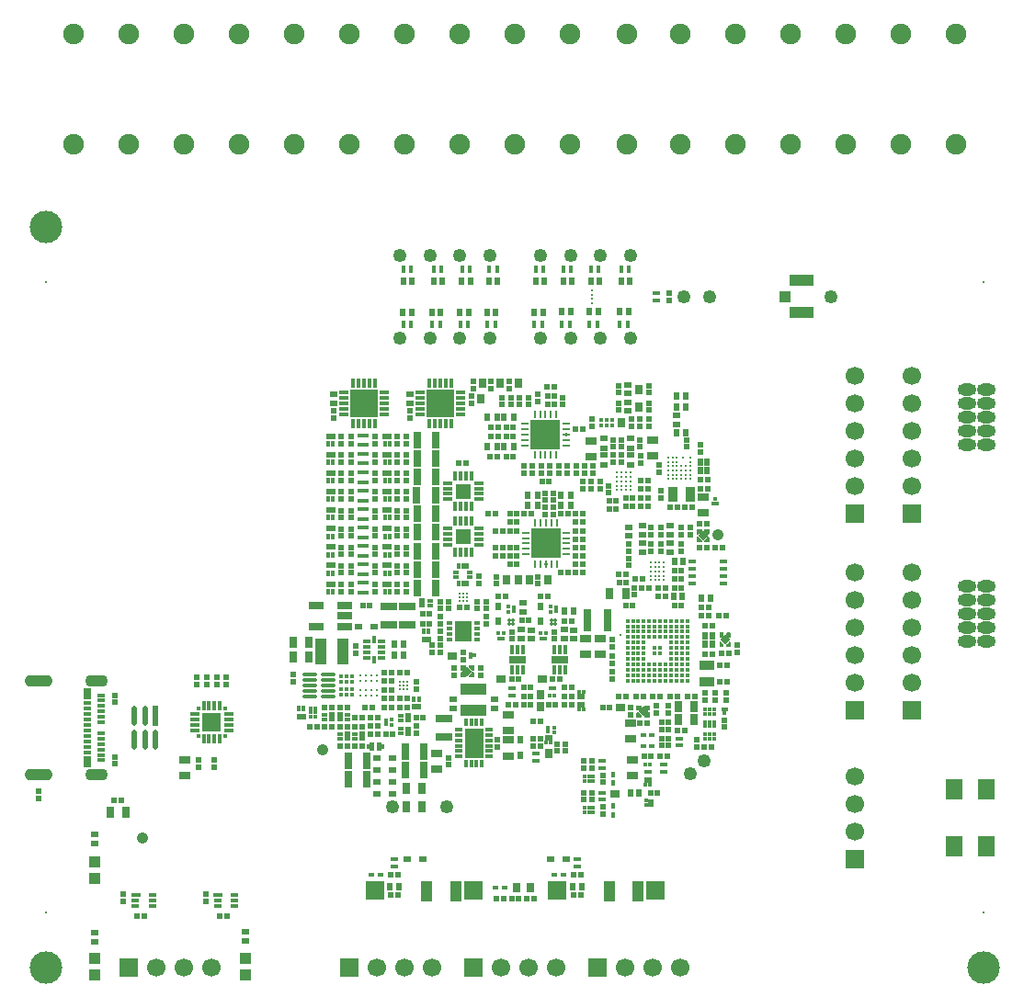
<source format=gts>
G04*
G04 #@! TF.GenerationSoftware,Altium Limited,Altium Designer,24.10.1 (45)*
G04*
G04 Layer_Color=8388736*
%FSLAX25Y25*%
%MOIN*%
G70*
G04*
G04 #@! TF.SameCoordinates,083811C0-BB5A-407D-82B1-07892853DE6B*
G04*
G04*
G04 #@! TF.FilePolarity,Negative*
G04*
G01*
G75*
%ADD35C,0.00800*%
%ADD39R,0.02756X0.01181*%
%ADD40R,0.02756X0.03937*%
G04:AMPARAMS|DCode=42|XSize=73mil|YSize=20.31mil|CornerRadius=10.15mil|HoleSize=0mil|Usage=FLASHONLY|Rotation=270.000|XOffset=0mil|YOffset=0mil|HoleType=Round|Shape=RoundedRectangle|*
%AMROUNDEDRECTD42*
21,1,0.07300,0.00000,0,0,270.0*
21,1,0.05269,0.02031,0,0,270.0*
1,1,0.02031,0.00000,-0.02635*
1,1,0.02031,0.00000,0.02635*
1,1,0.02031,0.00000,0.02635*
1,1,0.02031,0.00000,-0.02635*
%
%ADD42ROUNDEDRECTD42*%
%ADD43R,0.02031X0.07300*%
%ADD44R,0.01181X0.03543*%
%ADD45R,0.03543X0.01181*%
%ADD46R,0.01181X0.01181*%
G04:AMPARAMS|DCode=59|XSize=9.42mil|YSize=28.78mil|CornerRadius=4.71mil|HoleSize=0mil|Usage=FLASHONLY|Rotation=270.000|XOffset=0mil|YOffset=0mil|HoleType=Round|Shape=RoundedRectangle|*
%AMROUNDEDRECTD59*
21,1,0.00942,0.01936,0,0,270.0*
21,1,0.00000,0.02878,0,0,270.0*
1,1,0.00942,-0.00968,0.00000*
1,1,0.00942,-0.00968,0.00000*
1,1,0.00942,0.00968,0.00000*
1,1,0.00942,0.00968,0.00000*
%
%ADD59ROUNDEDRECTD59*%
%ADD60R,0.00942X0.02878*%
G04:AMPARAMS|DCode=61|XSize=28.78mil|YSize=9.42mil|CornerRadius=4.71mil|HoleSize=0mil|Usage=FLASHONLY|Rotation=0.000|XOffset=0mil|YOffset=0mil|HoleType=Round|Shape=RoundedRectangle|*
%AMROUNDEDRECTD61*
21,1,0.02878,0.00000,0,0,0.0*
21,1,0.01936,0.00942,0,0,0.0*
1,1,0.00942,0.00968,0.00000*
1,1,0.00942,-0.00968,0.00000*
1,1,0.00942,-0.00968,0.00000*
1,1,0.00942,0.00968,0.00000*
%
%ADD61ROUNDEDRECTD61*%
G04:AMPARAMS|DCode=64|XSize=9.42mil|YSize=28.78mil|CornerRadius=4.71mil|HoleSize=0mil|Usage=FLASHONLY|Rotation=0.000|XOffset=0mil|YOffset=0mil|HoleType=Round|Shape=RoundedRectangle|*
%AMROUNDEDRECTD64*
21,1,0.00942,0.01936,0,0,0.0*
21,1,0.00000,0.02878,0,0,0.0*
1,1,0.00942,0.00000,-0.00968*
1,1,0.00942,0.00000,-0.00968*
1,1,0.00942,0.00000,0.00968*
1,1,0.00942,0.00000,0.00968*
%
%ADD64ROUNDEDRECTD64*%
G04:AMPARAMS|DCode=65|XSize=28.78mil|YSize=9.42mil|CornerRadius=4.71mil|HoleSize=0mil|Usage=FLASHONLY|Rotation=270.000|XOffset=0mil|YOffset=0mil|HoleType=Round|Shape=RoundedRectangle|*
%AMROUNDEDRECTD65*
21,1,0.02878,0.00000,0,0,270.0*
21,1,0.01936,0.00942,0,0,270.0*
1,1,0.00942,0.00000,-0.00968*
1,1,0.00942,0.00000,0.00968*
1,1,0.00942,0.00000,0.00968*
1,1,0.00942,0.00000,-0.00968*
%
%ADD65ROUNDEDRECTD65*%
%ADD74R,0.02878X0.00942*%
%ADD108C,0.00787*%
%ADD132R,0.03550X0.01384*%
%ADD133R,0.03156X0.01384*%
%ADD134C,0.01300*%
%ADD135C,0.01200*%
%ADD136R,0.03937X0.09646*%
%ADD137R,0.09646X0.03937*%
%ADD138R,0.06496X0.07677*%
%ADD139R,0.01968X0.02244*%
%ADD140R,0.07087X0.07087*%
%ADD141R,0.02244X0.01968*%
%ADD142R,0.02165X0.01968*%
%ADD143R,0.04134X0.02559*%
%ADD144R,0.04331X0.04331*%
%ADD145R,0.02756X0.01968*%
%ADD146C,0.01299*%
%ADD147C,0.11811*%
%ADD148R,0.02559X0.04134*%
%ADD149R,0.02762X0.01581*%
%ADD150R,0.02244X0.02638*%
%ADD151C,0.01614*%
%ADD152R,0.01387X0.01702*%
%ADD153R,0.02726X0.01978*%
%ADD154R,0.01968X0.02165*%
%ADD155C,0.01535*%
%ADD156R,0.01614X0.03189*%
%ADD157R,0.01772X0.01378*%
%ADD158R,0.02368X0.03156*%
%ADD159R,0.03156X0.02368*%
%ADD160R,0.01575X0.02953*%
%ADD161C,0.04134*%
%ADD162R,0.02638X0.02244*%
%ADD163R,0.03189X0.01614*%
%ADD164R,0.02559X0.01772*%
%ADD165C,0.01272*%
%ADD166C,0.01476*%
%ADD167R,0.02441X0.02638*%
%ADD168R,0.01181X0.02185*%
%ADD169R,0.01968X0.02756*%
%ADD170R,0.02953X0.01378*%
G04:AMPARAMS|DCode=171|XSize=15.35mil|YSize=53.15mil|CornerRadius=5.32mil|HoleSize=0mil|Usage=FLASHONLY|Rotation=90.000|XOffset=0mil|YOffset=0mil|HoleType=Round|Shape=RoundedRectangle|*
%AMROUNDEDRECTD171*
21,1,0.01535,0.04252,0,0,90.0*
21,1,0.00472,0.05315,0,0,90.0*
1,1,0.01063,0.02126,0.00236*
1,1,0.01063,0.02126,-0.00236*
1,1,0.01063,-0.02126,-0.00236*
1,1,0.01063,-0.02126,0.00236*
%
%ADD171ROUNDEDRECTD171*%
%ADD172R,0.02382X0.01181*%
%ADD173R,0.02953X0.02165*%
%ADD174R,0.02953X0.05906*%
%ADD175R,0.01575X0.02165*%
%ADD176R,0.01378X0.01378*%
%ADD177R,0.03347X0.02165*%
%ADD178R,0.03740X0.01772*%
%ADD179R,0.01772X0.03740*%
%ADD180R,0.01378X0.01772*%
%ADD181R,0.01702X0.01387*%
%ADD182R,0.02717X0.01772*%
%ADD183R,0.01978X0.02726*%
%ADD184R,0.00984X0.00984*%
%ADD185R,0.01299X0.01221*%
%ADD186R,0.02165X0.03347*%
%ADD187R,0.01575X0.03347*%
%ADD188R,0.05394X0.03032*%
%ADD189R,0.02756X0.01968*%
%ADD190R,0.01968X0.02638*%
%ADD191R,0.05906X0.02953*%
%ADD192R,0.02953X0.01575*%
%ADD193R,0.02165X0.01575*%
%ADD194R,0.01614X0.01654*%
%ADD195R,0.02362X0.01575*%
%ADD196R,0.04134X0.07677*%
%ADD197R,0.03543X0.03543*%
%ADD198R,0.01968X0.01032*%
%ADD199R,0.01032X0.01968*%
%ADD200R,0.01654X0.01614*%
%ADD201C,0.01378*%
%ADD202R,0.01968X0.02756*%
%ADD203R,0.02008X0.01575*%
%ADD204R,0.01575X0.03150*%
%ADD205R,0.03150X0.01575*%
%ADD206R,0.01575X0.01181*%
%ADD207R,0.01221X0.01299*%
%ADD208R,0.01181X0.01575*%
%ADD209R,0.01575X0.02008*%
%ADD210R,0.01581X0.02762*%
%ADD211R,0.02638X0.01968*%
%ADD212R,0.03347X0.05709*%
%ADD213R,0.02165X0.01968*%
%ADD214R,0.01772X0.02717*%
%ADD215R,0.01378X0.02953*%
%ADD216R,0.10827X0.10827*%
%ADD217P,0.03786X4X270.0*%
%ADD218P,0.03508X4X270.0*%
%ADD219P,0.03786X4X180.0*%
%ADD220R,0.10827X0.10827*%
%ADD221R,0.05984X0.02953*%
%ADD222R,0.05433X0.05433*%
%ADD223R,0.10433X0.10433*%
%ADD224R,0.06299X0.07441*%
%ADD225R,0.07087X0.11024*%
%ADD226R,0.08661X0.04134*%
%ADD227R,0.04134X0.03937*%
%ADD228R,0.05709X0.03347*%
%ADD229R,0.02953X0.08465*%
%ADD230O,0.06800X0.04340*%
%ADD231C,0.07480*%
G04:AMPARAMS|DCode=232|XSize=102.36mil|YSize=43.31mil|CornerRadius=21.65mil|HoleSize=0mil|Usage=FLASHONLY|Rotation=0.000|XOffset=0mil|YOffset=0mil|HoleType=Round|Shape=RoundedRectangle|*
%AMROUNDEDRECTD232*
21,1,0.10236,0.00000,0,0,0.0*
21,1,0.05906,0.04331,0,0,0.0*
1,1,0.04331,0.02953,0.00000*
1,1,0.04331,-0.02953,0.00000*
1,1,0.04331,-0.02953,0.00000*
1,1,0.04331,0.02953,0.00000*
%
%ADD232ROUNDEDRECTD232*%
G04:AMPARAMS|DCode=233|XSize=82.68mil|YSize=43.31mil|CornerRadius=21.65mil|HoleSize=0mil|Usage=FLASHONLY|Rotation=0.000|XOffset=0mil|YOffset=0mil|HoleType=Round|Shape=RoundedRectangle|*
%AMROUNDEDRECTD233*
21,1,0.08268,0.00000,0,0,0.0*
21,1,0.03937,0.04331,0,0,0.0*
1,1,0.04331,0.01968,0.00000*
1,1,0.04331,-0.01968,0.00000*
1,1,0.04331,-0.01968,0.00000*
1,1,0.04331,0.01968,0.00000*
%
%ADD233ROUNDEDRECTD233*%
%ADD234C,0.06693*%
%ADD235R,0.06693X0.06693*%
%ADD236R,0.06693X0.06693*%
%ADD237C,0.04724*%
%ADD238C,0.06299*%
%ADD239C,0.04921*%
%ADD240C,0.00803*%
%ADD241C,0.01387*%
G36*
X70125Y131985D02*
X70170Y131975D01*
X70213Y131957D01*
X70253Y131932D01*
X70288Y131902D01*
X70318Y131867D01*
X70343Y131827D01*
X70360Y131784D01*
X70371Y131739D01*
X70375Y131693D01*
Y130315D01*
X70371Y130269D01*
X70360Y130223D01*
X70343Y130181D01*
X70318Y130141D01*
X70288Y130105D01*
X70253Y130075D01*
X70213Y130051D01*
X70170Y130033D01*
X70125Y130022D01*
X70079Y130019D01*
X69638D01*
X69591Y130022D01*
X69546Y130033D01*
X69525Y130042D01*
X69503Y130051D01*
X69464Y130075D01*
X69428Y130105D01*
X68491Y131043D01*
X68461Y131078D01*
X68437Y131117D01*
X68432Y131130D01*
X68419Y131160D01*
X68408Y131206D01*
X68405Y131252D01*
Y131693D01*
X68408Y131739D01*
X68419Y131784D01*
X68437Y131827D01*
X68461Y131867D01*
X68491Y131902D01*
X68527Y131932D01*
X68566Y131957D01*
X68609Y131975D01*
X68655Y131985D01*
X68701Y131989D01*
X70079Y131989D01*
X70125Y131985D01*
D02*
G37*
G36*
X67520Y131989D02*
X67566Y131985D01*
X67611Y131975D01*
X67654Y131957D01*
X67694Y131932D01*
X67729Y131902D01*
X67759Y131867D01*
X67784Y131827D01*
X67801Y131784D01*
X67812Y131739D01*
X67816Y131693D01*
Y131252D01*
X67812Y131206D01*
X67801Y131160D01*
X67789Y131130D01*
X67784Y131117D01*
X67759Y131078D01*
X67729Y131043D01*
X66792Y130105D01*
X66757Y130075D01*
X66717Y130051D01*
X66696Y130042D01*
X66674Y130033D01*
X66629Y130022D01*
X66583Y130019D01*
X66142D01*
X66095Y130022D01*
X66050Y130033D01*
X66007Y130051D01*
X65968Y130075D01*
X65932Y130105D01*
X65902Y130141D01*
X65878Y130181D01*
X65860Y130223D01*
X65849Y130269D01*
X65846Y130315D01*
Y131693D01*
X65849Y131739D01*
X65860Y131784D01*
X65878Y131827D01*
X65902Y131867D01*
X65932Y131902D01*
X65968Y131932D01*
X66007Y131957D01*
X66050Y131975D01*
X66095Y131985D01*
X66142Y131989D01*
X67520Y131989D01*
D02*
G37*
G36*
X70125Y129033D02*
X70170Y129022D01*
X70213Y129004D01*
X70253Y128980D01*
X70288Y128950D01*
X70318Y128914D01*
X70343Y128875D01*
X70360Y128832D01*
X70371Y128787D01*
X70375Y128740D01*
Y127362D01*
X70371Y127316D01*
X70360Y127271D01*
X70343Y127228D01*
X70318Y127188D01*
X70288Y127153D01*
X70253Y127123D01*
X70213Y127098D01*
X70170Y127081D01*
X70125Y127070D01*
X70079Y127066D01*
X68701Y127066D01*
X68655Y127070D01*
X68609Y127081D01*
X68566Y127098D01*
X68527Y127123D01*
X68491Y127153D01*
X68461Y127188D01*
X68437Y127228D01*
X68419Y127271D01*
X68408Y127316D01*
X68405Y127362D01*
Y127803D01*
X68408Y127849D01*
X68419Y127895D01*
X68432Y127925D01*
X68437Y127938D01*
X68461Y127977D01*
X68491Y128013D01*
X69428Y128950D01*
X69464Y128980D01*
X69503Y129004D01*
X69525Y129013D01*
X69546Y129022D01*
X69591Y129033D01*
X69638Y129036D01*
X70079D01*
X70125Y129033D01*
D02*
G37*
G36*
X66629D02*
X66674Y129022D01*
X66696Y129013D01*
X66717Y129004D01*
X66757Y128980D01*
X66792Y128950D01*
X67729Y128013D01*
X67759Y127977D01*
X67784Y127938D01*
X67789Y127925D01*
X67801Y127895D01*
X67812Y127849D01*
X67816Y127803D01*
Y127362D01*
X67812Y127316D01*
X67801Y127271D01*
X67784Y127228D01*
X67759Y127188D01*
X67729Y127153D01*
X67694Y127123D01*
X67654Y127098D01*
X67611Y127081D01*
X67566Y127070D01*
X67520Y127066D01*
X66142Y127066D01*
X66095Y127070D01*
X66050Y127081D01*
X66007Y127098D01*
X65968Y127123D01*
X65932Y127153D01*
X65902Y127188D01*
X65878Y127228D01*
X65860Y127271D01*
X65849Y127316D01*
X65846Y127362D01*
Y128740D01*
X65849Y128787D01*
X65860Y128832D01*
X65878Y128875D01*
X65902Y128914D01*
X65932Y128950D01*
X65968Y128980D01*
X66007Y129004D01*
X66050Y129022D01*
X66095Y129033D01*
X66142Y129036D01*
X66583D01*
X66629Y129033D01*
D02*
G37*
G36*
X77840Y94414D02*
X77857Y94412D01*
X77857Y94412D01*
X77857D01*
X77878Y94407D01*
X77903Y94401D01*
X77903Y94401D01*
X77903D01*
X77946Y94384D01*
X77969Y94369D01*
X77985Y94359D01*
X77985Y94359D01*
X77985D01*
X77989Y94356D01*
X78020Y94329D01*
X78020Y94329D01*
X78021Y94329D01*
X78047Y94298D01*
X78051Y94294D01*
Y94294D01*
X78051Y94294D01*
X78061Y94278D01*
X78075Y94254D01*
X78093Y94211D01*
Y94211D01*
X78093Y94211D01*
X78099Y94187D01*
X78104Y94166D01*
Y94166D01*
X78104Y94166D01*
X78105Y94149D01*
X78107Y94120D01*
Y94120D01*
Y94120D01*
X78107Y92702D01*
X78105Y92678D01*
X78104Y92656D01*
X78103Y92656D01*
X78103Y92656D01*
X78097Y92631D01*
X78093Y92611D01*
X78093Y92611D01*
X78093Y92611D01*
X78083Y92587D01*
X78075Y92568D01*
X78075Y92568D01*
X78075Y92568D01*
X78064Y92550D01*
X78051Y92528D01*
X78051Y92528D01*
X78051Y92528D01*
X78039Y92514D01*
X78021Y92493D01*
X78020Y92493D01*
X78020Y92493D01*
X77999Y92475D01*
X77985Y92463D01*
X77985Y92463D01*
X77985Y92463D01*
X77964Y92449D01*
X77946Y92439D01*
X77945Y92438D01*
X77945Y92438D01*
X77927Y92431D01*
X77903Y92421D01*
X77903Y92421D01*
X77902Y92421D01*
X77883Y92416D01*
X77858Y92410D01*
X77857Y92410D01*
X77857Y92410D01*
X77835Y92408D01*
X77811Y92406D01*
X77693Y92406D01*
X77693Y92406D01*
X77693Y92406D01*
X77668Y92408D01*
X77647Y92409D01*
X77647Y92410D01*
X77647Y92410D01*
X77620Y92416D01*
X77602Y92420D01*
X77602Y92420D01*
X77601Y92421D01*
X77580Y92429D01*
X77559Y92438D01*
X77559Y92438D01*
X77558Y92438D01*
X77543Y92448D01*
X77519Y92462D01*
X77519Y92462D01*
X77519Y92463D01*
X77504Y92475D01*
X77484Y92493D01*
X77484Y92493D01*
X77483Y92493D01*
X76775Y93202D01*
X76775Y93202D01*
X76775Y93202D01*
X76775Y93202D01*
X76765Y93213D01*
X76745Y93237D01*
X76745Y93237D01*
X76745Y93237D01*
X76736Y93251D01*
X76720Y93277D01*
X76720Y93277D01*
X76720Y93277D01*
X76714Y93293D01*
X76702Y93320D01*
X76702Y93320D01*
X76702Y93320D01*
X76696Y93348D01*
X76692Y93365D01*
X76692Y93365D01*
X76692Y93365D01*
X76690Y93390D01*
X76688Y93411D01*
X76688Y94119D01*
Y94119D01*
Y94120D01*
X76692Y94166D01*
X76702Y94211D01*
X76710Y94229D01*
X76720Y94254D01*
X76744Y94294D01*
X76775Y94329D01*
X76775D01*
Y94329D01*
X76810Y94359D01*
X76850Y94383D01*
X76875Y94394D01*
X76893Y94401D01*
X76938Y94412D01*
X76984Y94416D01*
X76984D01*
X76984D01*
X77811Y94416D01*
X77811D01*
X77811D01*
X77840Y94414D01*
D02*
G37*
G36*
X75252Y94416D02*
X75252D01*
X75252D01*
X75299Y94412D01*
X75344Y94401D01*
X75362Y94394D01*
X75387Y94383D01*
X75426Y94359D01*
X75462Y94329D01*
Y94329D01*
X75462D01*
X75492Y94294D01*
X75516Y94254D01*
X75526Y94229D01*
X75534Y94211D01*
X75545Y94166D01*
X75548Y94120D01*
Y94119D01*
Y94119D01*
X75548Y93411D01*
X75546Y93390D01*
X75545Y93365D01*
X75545Y93365D01*
X75545Y93365D01*
X75540Y93348D01*
X75534Y93320D01*
X75534Y93320D01*
X75534Y93320D01*
X75523Y93293D01*
X75516Y93277D01*
X75516Y93277D01*
X75516Y93277D01*
X75500Y93251D01*
X75492Y93237D01*
X75492Y93237D01*
X75492Y93237D01*
X75471Y93213D01*
X75462Y93202D01*
X75461Y93202D01*
X75461Y93202D01*
X75461Y93202D01*
X74753Y92493D01*
X74752Y92493D01*
X74752Y92493D01*
X74732Y92475D01*
X74717Y92463D01*
X74717Y92462D01*
X74717Y92462D01*
X74693Y92448D01*
X74678Y92438D01*
X74678Y92438D01*
X74677Y92438D01*
X74656Y92429D01*
X74635Y92421D01*
X74635Y92420D01*
X74634Y92420D01*
X74616Y92416D01*
X74590Y92410D01*
X74589Y92410D01*
X74589Y92409D01*
X74568Y92408D01*
X74543Y92406D01*
X74543Y92406D01*
X74543Y92406D01*
X74425Y92406D01*
X74401Y92408D01*
X74379Y92410D01*
X74379Y92410D01*
X74379Y92410D01*
X74354Y92416D01*
X74334Y92421D01*
X74334Y92421D01*
X74334Y92421D01*
X74310Y92431D01*
X74291Y92438D01*
X74291Y92438D01*
X74291Y92439D01*
X74273Y92449D01*
X74251Y92463D01*
X74251Y92463D01*
X74251Y92463D01*
X74237Y92475D01*
X74216Y92493D01*
X74216Y92493D01*
X74216Y92493D01*
X74198Y92514D01*
X74186Y92528D01*
X74186Y92528D01*
X74186Y92528D01*
X74172Y92550D01*
X74161Y92568D01*
X74161Y92568D01*
X74161Y92568D01*
X74153Y92587D01*
X74144Y92611D01*
X74144Y92611D01*
X74144Y92611D01*
X74139Y92631D01*
X74133Y92656D01*
X74133Y92656D01*
X74133Y92656D01*
X74131Y92678D01*
X74129Y92702D01*
X74129Y94120D01*
Y94120D01*
Y94120D01*
X74131Y94149D01*
X74133Y94166D01*
X74133Y94166D01*
Y94166D01*
X74138Y94187D01*
X74143Y94211D01*
X74143Y94211D01*
Y94211D01*
X74161Y94254D01*
X74176Y94278D01*
X74186Y94294D01*
X74186Y94294D01*
Y94294D01*
X74189Y94298D01*
X74216Y94329D01*
X74216Y94329D01*
X74216Y94329D01*
X74247Y94356D01*
X74251Y94359D01*
X74251D01*
X74251Y94359D01*
X74267Y94369D01*
X74291Y94384D01*
X74334Y94401D01*
X74334D01*
X74334Y94401D01*
X74358Y94407D01*
X74379Y94412D01*
X74379D01*
X74379Y94412D01*
X74396Y94414D01*
X74425Y94416D01*
X74425D01*
X74425D01*
X75252Y94416D01*
D02*
G37*
G36*
X77811Y91030D02*
X77835Y91028D01*
X77857Y91027D01*
X77857Y91026D01*
X77858Y91026D01*
X77883Y91020D01*
X77902Y91016D01*
X77903Y91016D01*
X77903Y91015D01*
X77927Y91006D01*
X77945Y90998D01*
X77945Y90998D01*
X77946Y90998D01*
X77964Y90987D01*
X77985Y90974D01*
X77985Y90973D01*
X77985Y90973D01*
X77999Y90961D01*
X78020Y90943D01*
X78020Y90943D01*
X78021Y90943D01*
X78039Y90922D01*
X78051Y90908D01*
X78051Y90908D01*
X78051Y90908D01*
X78064Y90886D01*
X78075Y90868D01*
X78075Y90868D01*
X78075Y90868D01*
X78083Y90849D01*
X78093Y90825D01*
X78093Y90825D01*
X78093Y90825D01*
X78097Y90805D01*
X78103Y90780D01*
X78103Y90780D01*
X78104Y90780D01*
X78105Y90758D01*
X78107Y90734D01*
X78107Y89316D01*
Y89316D01*
Y89316D01*
X78105Y89287D01*
X78104Y89270D01*
X78104Y89270D01*
Y89270D01*
X78099Y89249D01*
X78093Y89225D01*
X78093Y89225D01*
Y89225D01*
X78075Y89182D01*
X78061Y89159D01*
X78051Y89142D01*
X78051Y89142D01*
Y89142D01*
X78047Y89138D01*
X78021Y89107D01*
X78020Y89107D01*
X78020Y89107D01*
X77989Y89081D01*
X77985Y89077D01*
X77985D01*
X77985Y89077D01*
X77969Y89067D01*
X77946Y89053D01*
X77903Y89035D01*
X77903D01*
X77903Y89035D01*
X77878Y89029D01*
X77857Y89024D01*
X77857D01*
X77857Y89024D01*
X77840Y89023D01*
X77811Y89020D01*
X77811D01*
X77811D01*
X76984Y89021D01*
X76984D01*
X76984D01*
X76938Y89024D01*
X76893Y89035D01*
X76875Y89042D01*
X76850Y89053D01*
X76810Y89077D01*
X76775Y89107D01*
Y89107D01*
X76775D01*
X76744Y89143D01*
X76720Y89182D01*
X76710Y89207D01*
X76702Y89225D01*
X76692Y89270D01*
X76688Y89317D01*
Y89317D01*
Y89317D01*
X76688Y90025D01*
X76690Y90047D01*
X76692Y90071D01*
X76692Y90071D01*
X76692Y90071D01*
X76696Y90088D01*
X76702Y90116D01*
X76702Y90116D01*
X76702Y90116D01*
X76714Y90143D01*
X76720Y90159D01*
X76720Y90159D01*
X76720Y90159D01*
X76736Y90185D01*
X76745Y90199D01*
X76745Y90199D01*
X76745Y90199D01*
X76765Y90223D01*
X76775Y90234D01*
X76775Y90234D01*
X76775Y90234D01*
X76775Y90234D01*
X77483Y90943D01*
X77484Y90944D01*
X77484Y90944D01*
X77504Y90961D01*
X77519Y90974D01*
X77519Y90974D01*
X77519Y90974D01*
X77543Y90989D01*
X77558Y90998D01*
X77559Y90998D01*
X77559Y90998D01*
X77580Y91007D01*
X77601Y91016D01*
X77602Y91016D01*
X77602Y91016D01*
X77620Y91020D01*
X77647Y91027D01*
X77647Y91027D01*
X77647Y91027D01*
X77668Y91028D01*
X77693Y91030D01*
X77693Y91030D01*
X77693Y91030D01*
X77811Y91030D01*
D02*
G37*
G36*
X74568Y91028D02*
X74589Y91027D01*
X74589Y91027D01*
X74590Y91027D01*
X74616Y91020D01*
X74634Y91016D01*
X74635Y91016D01*
X74635Y91016D01*
X74656Y91007D01*
X74677Y90998D01*
X74678Y90998D01*
X74678Y90998D01*
X74693Y90989D01*
X74717Y90974D01*
X74717Y90974D01*
X74717Y90974D01*
X74732Y90961D01*
X74752Y90944D01*
X74752Y90944D01*
X74753Y90943D01*
X75461Y90234D01*
X75461Y90234D01*
X75461Y90234D01*
X75462Y90234D01*
X75471Y90223D01*
X75492Y90199D01*
X75492Y90199D01*
X75492Y90199D01*
X75500Y90185D01*
X75516Y90159D01*
X75516Y90159D01*
X75516Y90159D01*
X75523Y90143D01*
X75534Y90116D01*
X75534Y90116D01*
X75534Y90116D01*
X75540Y90088D01*
X75545Y90071D01*
X75545Y90071D01*
X75545Y90071D01*
X75546Y90047D01*
X75548Y90025D01*
X75548Y89317D01*
Y89317D01*
Y89317D01*
X75545Y89270D01*
X75534Y89225D01*
X75526Y89207D01*
X75516Y89182D01*
X75492Y89143D01*
X75462Y89107D01*
X75462D01*
Y89107D01*
X75426Y89077D01*
X75387Y89053D01*
X75362Y89042D01*
X75344Y89035D01*
X75299Y89024D01*
X75252Y89021D01*
X75252D01*
X75252D01*
X74425Y89020D01*
X74425D01*
X74425D01*
X74396Y89023D01*
X74379Y89024D01*
X74379Y89024D01*
X74379D01*
X74358Y89029D01*
X74334Y89035D01*
X74334Y89035D01*
X74334D01*
X74291Y89053D01*
X74267Y89067D01*
X74251Y89077D01*
X74251Y89077D01*
X74251D01*
X74247Y89081D01*
X74216Y89107D01*
X74216Y89107D01*
X74216Y89107D01*
X74189Y89138D01*
X74186Y89142D01*
Y89142D01*
X74186Y89142D01*
X74176Y89159D01*
X74161Y89182D01*
X74143Y89225D01*
Y89225D01*
X74143Y89225D01*
X74138Y89249D01*
X74133Y89270D01*
Y89270D01*
X74133Y89270D01*
X74131Y89287D01*
X74129Y89316D01*
Y89316D01*
Y89316D01*
X74129Y90734D01*
X74131Y90758D01*
X74133Y90780D01*
X74133Y90780D01*
X74133Y90780D01*
X74139Y90805D01*
X74144Y90825D01*
X74144Y90825D01*
X74144Y90825D01*
X74153Y90849D01*
X74161Y90868D01*
X74161Y90868D01*
X74161Y90868D01*
X74172Y90886D01*
X74186Y90908D01*
X74186Y90908D01*
X74186Y90908D01*
X74198Y90922D01*
X74216Y90943D01*
X74216Y90943D01*
X74216Y90943D01*
X74237Y90961D01*
X74251Y90973D01*
X74251Y90973D01*
X74251Y90974D01*
X74273Y90987D01*
X74291Y90998D01*
X74291Y90998D01*
X74291Y90998D01*
X74310Y91006D01*
X74334Y91015D01*
X74334Y91016D01*
X74334Y91016D01*
X74354Y91020D01*
X74379Y91026D01*
X74379Y91026D01*
X74379Y91027D01*
X74401Y91028D01*
X74425Y91030D01*
X74543Y91030D01*
X74543Y91030D01*
X74543Y91030D01*
X74568Y91028D01*
D02*
G37*
G36*
X-15111Y82576D02*
X-15066Y82565D01*
X-15023Y82547D01*
X-14983Y82523D01*
X-14948Y82493D01*
X-14918Y82458D01*
X-14894Y82418D01*
X-14876Y82375D01*
X-14865Y82330D01*
X-14861Y82284D01*
X-14861Y80905D01*
X-14865Y80859D01*
X-14876Y80814D01*
X-14894Y80771D01*
X-14918Y80731D01*
X-14948Y80696D01*
X-14983Y80666D01*
X-15023Y80642D01*
X-15066Y80624D01*
X-15111Y80613D01*
X-15157Y80609D01*
X-15598D01*
X-15645Y80613D01*
X-15690Y80624D01*
X-15720Y80636D01*
X-15733Y80642D01*
X-15773Y80666D01*
X-15808Y80696D01*
X-16745Y81633D01*
X-16775Y81668D01*
X-16799Y81708D01*
X-16808Y81730D01*
X-16817Y81751D01*
X-16828Y81796D01*
X-16832Y81842D01*
Y82284D01*
X-16828Y82330D01*
X-16817Y82375D01*
X-16799Y82418D01*
X-16775Y82458D01*
X-16745Y82493D01*
X-16710Y82523D01*
X-16670Y82547D01*
X-16627Y82565D01*
X-16582Y82576D01*
X-16535Y82580D01*
X-15157D01*
X-15111Y82576D01*
D02*
G37*
G36*
X-18064D02*
X-18019Y82565D01*
X-17976Y82547D01*
X-17936Y82523D01*
X-17901Y82493D01*
X-17871Y82458D01*
X-17846Y82418D01*
X-17829Y82375D01*
X-17818Y82330D01*
X-17814Y82284D01*
Y81842D01*
X-17818Y81796D01*
X-17829Y81751D01*
X-17837Y81730D01*
X-17846Y81708D01*
X-17871Y81668D01*
X-17901Y81633D01*
X-18838Y80696D01*
X-18873Y80666D01*
X-18913Y80642D01*
X-18925Y80636D01*
X-18956Y80624D01*
X-19001Y80613D01*
X-19047Y80609D01*
X-19488D01*
X-19534Y80613D01*
X-19580Y80624D01*
X-19623Y80642D01*
X-19662Y80666D01*
X-19698Y80696D01*
X-19728Y80731D01*
X-19752Y80771D01*
X-19770Y80814D01*
X-19781Y80859D01*
X-19784Y80905D01*
X-19784Y82284D01*
X-19781Y82330D01*
X-19770Y82375D01*
X-19752Y82418D01*
X-19728Y82458D01*
X-19698Y82493D01*
X-19662Y82523D01*
X-19623Y82547D01*
X-19580Y82565D01*
X-19534Y82576D01*
X-19488Y82580D01*
X-18110D01*
X-18064Y82576D01*
D02*
G37*
G36*
X-15111Y80017D02*
X-15066Y80006D01*
X-15023Y79988D01*
X-14983Y79964D01*
X-14948Y79934D01*
X-14918Y79899D01*
X-14894Y79859D01*
X-14876Y79816D01*
X-14865Y79771D01*
X-14861Y79724D01*
X-14861Y78347D01*
X-14865Y78300D01*
X-14876Y78255D01*
X-14894Y78212D01*
X-14918Y78172D01*
X-14948Y78137D01*
X-14983Y78107D01*
X-15023Y78083D01*
X-15066Y78065D01*
X-15111Y78054D01*
X-15157Y78050D01*
X-16535D01*
X-16582Y78054D01*
X-16627Y78065D01*
X-16670Y78083D01*
X-16710Y78107D01*
X-16745Y78137D01*
X-16775Y78172D01*
X-16799Y78212D01*
X-16817Y78255D01*
X-16828Y78300D01*
X-16832Y78347D01*
Y78787D01*
X-16828Y78834D01*
X-16817Y78879D01*
X-16808Y78900D01*
X-16799Y78922D01*
X-16775Y78961D01*
X-16745Y78997D01*
X-15808Y79934D01*
X-15773Y79964D01*
X-15733Y79988D01*
X-15720Y79993D01*
X-15690Y80006D01*
X-15645Y80017D01*
X-15598Y80021D01*
X-15157D01*
X-15111Y80017D01*
D02*
G37*
G36*
X-19001D02*
X-18956Y80006D01*
X-18925Y79993D01*
X-18913Y79988D01*
X-18873Y79964D01*
X-18838Y79934D01*
X-17901Y78997D01*
X-17871Y78961D01*
X-17846Y78922D01*
X-17837Y78900D01*
X-17829Y78879D01*
X-17818Y78834D01*
X-17814Y78787D01*
Y78347D01*
X-17818Y78300D01*
X-17829Y78255D01*
X-17846Y78212D01*
X-17871Y78172D01*
X-17901Y78137D01*
X-17936Y78107D01*
X-17976Y78083D01*
X-18019Y78065D01*
X-18064Y78054D01*
X-18110Y78050D01*
X-19488D01*
X-19534Y78054D01*
X-19580Y78065D01*
X-19623Y78083D01*
X-19662Y78107D01*
X-19698Y78137D01*
X-19728Y78172D01*
X-19752Y78212D01*
X-19770Y78255D01*
X-19781Y78300D01*
X-19784Y78347D01*
X-19784Y79724D01*
X-19781Y79771D01*
X-19770Y79816D01*
X-19752Y79859D01*
X-19728Y79899D01*
X-19698Y79934D01*
X-19662Y79964D01*
X-19623Y79988D01*
X-19580Y80006D01*
X-19534Y80017D01*
X-19488Y80021D01*
X-19047D01*
X-19001Y80017D01*
D02*
G37*
G36*
X48668Y68009D02*
X48714Y67998D01*
X48757Y67980D01*
X48796Y67956D01*
X48831Y67926D01*
X48862Y67891D01*
X48886Y67851D01*
X48904Y67808D01*
X48915Y67763D01*
X48918Y67716D01*
X48918Y66339D01*
X48915Y66292D01*
X48904Y66247D01*
X48886Y66204D01*
X48862Y66164D01*
X48831Y66129D01*
X48796Y66099D01*
X48757Y66075D01*
X48714Y66057D01*
X48668Y66046D01*
X48622Y66042D01*
X48181D01*
X48135Y66046D01*
X48090Y66057D01*
X48059Y66070D01*
X48047Y66075D01*
X48007Y66099D01*
X47972Y66129D01*
X47035Y67066D01*
X47005Y67102D01*
X46980Y67141D01*
X46971Y67163D01*
X46962Y67184D01*
X46951Y67229D01*
X46948Y67276D01*
Y67716D01*
X46951Y67763D01*
X46962Y67808D01*
X46980Y67851D01*
X47005Y67891D01*
X47035Y67926D01*
X47070Y67956D01*
X47110Y67980D01*
X47153Y67998D01*
X47198Y68009D01*
X47244Y68013D01*
X48622D01*
X48668Y68009D01*
D02*
G37*
G36*
X45716D02*
X45761Y67998D01*
X45804Y67980D01*
X45843Y67956D01*
X45879Y67926D01*
X45909Y67891D01*
X45933Y67851D01*
X45951Y67808D01*
X45962Y67763D01*
X45965Y67716D01*
Y67276D01*
X45962Y67229D01*
X45951Y67184D01*
X45942Y67163D01*
X45933Y67141D01*
X45909Y67102D01*
X45879Y67066D01*
X44942Y66129D01*
X44906Y66099D01*
X44867Y66075D01*
X44854Y66070D01*
X44824Y66057D01*
X44779Y66046D01*
X44732Y66042D01*
X44291D01*
X44245Y66046D01*
X44200Y66057D01*
X44157Y66075D01*
X44117Y66099D01*
X44082Y66129D01*
X44052Y66164D01*
X44027Y66204D01*
X44010Y66247D01*
X43999Y66292D01*
X43995Y66339D01*
X43995Y67716D01*
X43999Y67763D01*
X44010Y67808D01*
X44027Y67851D01*
X44052Y67891D01*
X44082Y67926D01*
X44117Y67956D01*
X44157Y67980D01*
X44200Y67998D01*
X44245Y68009D01*
X44291Y68013D01*
X45669D01*
X45716Y68009D01*
D02*
G37*
G36*
X48668Y65450D02*
X48714Y65439D01*
X48757Y65421D01*
X48796Y65397D01*
X48831Y65367D01*
X48862Y65332D01*
X48886Y65292D01*
X48904Y65249D01*
X48915Y65204D01*
X48918Y65158D01*
X48918Y63779D01*
X48915Y63733D01*
X48904Y63688D01*
X48886Y63645D01*
X48862Y63605D01*
X48831Y63570D01*
X48796Y63540D01*
X48757Y63516D01*
X48714Y63498D01*
X48668Y63487D01*
X48622Y63483D01*
X47244D01*
X47198Y63487D01*
X47153Y63498D01*
X47110Y63516D01*
X47070Y63540D01*
X47035Y63570D01*
X47005Y63605D01*
X46980Y63645D01*
X46962Y63688D01*
X46951Y63733D01*
X46948Y63779D01*
Y64220D01*
X46951Y64267D01*
X46962Y64312D01*
X46971Y64333D01*
X46980Y64355D01*
X47005Y64395D01*
X47035Y64430D01*
X47972Y65367D01*
X48007Y65397D01*
X48047Y65421D01*
X48059Y65427D01*
X48090Y65439D01*
X48135Y65450D01*
X48181Y65454D01*
X48622D01*
X48668Y65450D01*
D02*
G37*
G36*
X44779D02*
X44824Y65439D01*
X44854Y65427D01*
X44867Y65421D01*
X44906Y65397D01*
X44942Y65367D01*
X45879Y64430D01*
X45909Y64395D01*
X45933Y64355D01*
X45942Y64333D01*
X45951Y64312D01*
X45962Y64267D01*
X45965Y64220D01*
Y63779D01*
X45962Y63733D01*
X45951Y63688D01*
X45933Y63645D01*
X45909Y63605D01*
X45879Y63570D01*
X45843Y63540D01*
X45804Y63516D01*
X45761Y63498D01*
X45716Y63487D01*
X45669Y63483D01*
X44291D01*
X44245Y63487D01*
X44200Y63498D01*
X44157Y63516D01*
X44117Y63540D01*
X44082Y63570D01*
X44052Y63605D01*
X44027Y63645D01*
X44010Y63688D01*
X43999Y63733D01*
X43995Y63779D01*
X43995Y65158D01*
X43999Y65204D01*
X44010Y65249D01*
X44027Y65292D01*
X44052Y65332D01*
X44082Y65367D01*
X44117Y65397D01*
X44157Y65421D01*
X44200Y65439D01*
X44245Y65450D01*
X44291Y65454D01*
X44732D01*
X44779Y65450D01*
D02*
G37*
G36*
X-51341Y54474D02*
X-51296Y54463D01*
X-51253Y54445D01*
X-51213Y54421D01*
X-51178Y54391D01*
X-51148Y54355D01*
X-51123Y54316D01*
X-51106Y54273D01*
X-51095Y54227D01*
X-51091Y54181D01*
Y51819D01*
X-51095Y51773D01*
X-51106Y51727D01*
X-51123Y51684D01*
X-51148Y51645D01*
X-51178Y51609D01*
X-51213Y51579D01*
X-51253Y51555D01*
X-51296Y51537D01*
X-51341Y51526D01*
X-51387Y51523D01*
X-52569D01*
X-52616Y51526D01*
X-52661Y51537D01*
X-52691Y51550D01*
X-52704Y51555D01*
X-52743Y51579D01*
X-52779Y51609D01*
X-52809Y51645D01*
X-52833Y51684D01*
X-52838Y51697D01*
X-52851Y51727D01*
X-52862Y51773D01*
X-52865Y51819D01*
X-52864Y51835D01*
Y52117D01*
X-53356D01*
X-53402Y52121D01*
X-53447Y52132D01*
X-53490Y52149D01*
X-53530Y52174D01*
X-53565Y52204D01*
X-53596Y52239D01*
X-53620Y52279D01*
X-53638Y52322D01*
X-53648Y52367D01*
X-53652Y52413D01*
Y53596D01*
X-53651Y53607D01*
X-53651Y53617D01*
X-53649Y53630D01*
X-53648Y53642D01*
X-53646Y53653D01*
X-53644Y53663D01*
X-53641Y53675D01*
X-53638Y53688D01*
X-53633Y53698D01*
X-53630Y53708D01*
X-53625Y53719D01*
X-53620Y53731D01*
X-53614Y53740D01*
X-53610Y53749D01*
X-53602Y53759D01*
X-53596Y53770D01*
X-53589Y53778D01*
X-53583Y53787D01*
X-53574Y53796D01*
X-53565Y53806D01*
X-53557Y53812D01*
X-53550Y53820D01*
X-53540Y53828D01*
X-53530Y53836D01*
X-53521Y53841D01*
X-53512Y53848D01*
X-53501Y53853D01*
X-53490Y53860D01*
X-53481Y53864D01*
X-53471Y53869D01*
X-53459Y53873D01*
X-53447Y53878D01*
X-53437Y53880D01*
X-53427Y53884D01*
X-53414Y53886D01*
X-53402Y53889D01*
X-53392Y53890D01*
X-53381Y53891D01*
X-53369Y53891D01*
X-53356Y53892D01*
X-53345Y53891D01*
X-53335Y53892D01*
X-53331Y53891D01*
X-52865D01*
Y54179D01*
X-52865Y54179D01*
X-52862Y54225D01*
X-52851Y54271D01*
X-52841Y54296D01*
X-52833Y54314D01*
X-52809Y54353D01*
X-52779Y54389D01*
X-52779Y54389D01*
X-52777Y54391D01*
X-52741Y54421D01*
X-52702Y54445D01*
X-52689Y54450D01*
X-52659Y54463D01*
X-52614Y54474D01*
X-52567Y54477D01*
X-51387D01*
X-51341Y54474D01*
D02*
G37*
G36*
X-48584D02*
X-48539Y54463D01*
X-48509Y54450D01*
X-48496Y54445D01*
X-48457Y54421D01*
X-48421Y54391D01*
X-48391Y54355D01*
X-48367Y54316D01*
X-48362Y54303D01*
X-48349Y54273D01*
X-48338Y54227D01*
X-48335Y54181D01*
X-48336Y54165D01*
Y53883D01*
X-47844D01*
X-47798Y53879D01*
X-47753Y53868D01*
X-47710Y53851D01*
X-47670Y53826D01*
X-47635Y53796D01*
X-47605Y53761D01*
X-47580Y53721D01*
X-47562Y53678D01*
X-47552Y53633D01*
X-47548Y53587D01*
Y52404D01*
X-47549Y52393D01*
X-47549Y52383D01*
X-47551Y52370D01*
X-47552Y52358D01*
X-47554Y52347D01*
X-47556Y52337D01*
X-47559Y52325D01*
X-47562Y52312D01*
X-47567Y52302D01*
X-47570Y52292D01*
X-47575Y52281D01*
X-47580Y52269D01*
X-47586Y52260D01*
X-47591Y52251D01*
X-47598Y52241D01*
X-47605Y52230D01*
X-47611Y52222D01*
X-47618Y52213D01*
X-47626Y52204D01*
X-47635Y52194D01*
X-47643Y52188D01*
X-47650Y52180D01*
X-47660Y52172D01*
X-47670Y52164D01*
X-47679Y52159D01*
X-47688Y52152D01*
X-47699Y52147D01*
X-47710Y52140D01*
X-47719Y52136D01*
X-47729Y52131D01*
X-47741Y52127D01*
X-47753Y52122D01*
X-47763Y52120D01*
X-47773Y52116D01*
X-47785Y52114D01*
X-47798Y52111D01*
X-47808Y52110D01*
X-47819Y52109D01*
X-47831Y52109D01*
X-47844Y52108D01*
X-47855Y52109D01*
X-47865Y52108D01*
X-47869Y52109D01*
X-48335D01*
Y51821D01*
X-48335Y51821D01*
X-48338Y51775D01*
X-48349Y51729D01*
X-48359Y51704D01*
X-48367Y51686D01*
X-48391Y51647D01*
X-48421Y51611D01*
X-48421Y51611D01*
X-48423Y51609D01*
X-48458Y51579D01*
X-48498Y51555D01*
X-48511Y51550D01*
X-48541Y51537D01*
X-48586Y51526D01*
X-48633Y51523D01*
X-49813D01*
X-49859Y51526D01*
X-49904Y51537D01*
X-49947Y51555D01*
X-49987Y51579D01*
X-50022Y51609D01*
X-50052Y51645D01*
X-50077Y51684D01*
X-50094Y51727D01*
X-50105Y51773D01*
X-50109Y51819D01*
Y54181D01*
X-50105Y54227D01*
X-50094Y54273D01*
X-50077Y54316D01*
X-50052Y54355D01*
X-50022Y54391D01*
X-49987Y54421D01*
X-49947Y54445D01*
X-49904Y54463D01*
X-49859Y54474D01*
X-49813Y54477D01*
X-48631D01*
X-48584Y54474D01*
D02*
G37*
D35*
X170000Y221402D02*
D03*
X-170000D02*
D03*
X170000Y-7200D02*
D03*
D39*
X-155236Y64764D02*
D03*
Y54921D02*
D03*
X-150118Y53937D02*
D03*
Y65748D02*
D03*
X-155236Y58858D02*
D03*
X-150118Y61811D02*
D03*
X-155236Y60827D02*
D03*
X-150118Y57874D02*
D03*
X-155236Y56890D02*
D03*
X-150118Y63780D02*
D03*
Y71654D02*
D03*
Y48032D02*
D03*
Y69685D02*
D03*
Y67717D02*
D03*
Y55906D02*
D03*
Y51969D02*
D03*
Y50000D02*
D03*
X-155236Y50984D02*
D03*
Y52953D02*
D03*
Y62795D02*
D03*
Y66732D02*
D03*
Y68701D02*
D03*
D40*
Y72047D02*
D03*
Y47638D02*
D03*
D42*
X-134252Y55412D02*
D03*
X-130512D02*
D03*
X-134252Y64273D02*
D03*
X-137992Y55412D02*
D03*
Y64273D02*
D03*
D43*
X-130512D02*
D03*
D44*
X-107047Y67913D02*
D03*
X-109016D02*
D03*
X-110984Y55709D02*
D03*
X-112953D02*
D03*
X-110984Y67913D02*
D03*
X-112953D02*
D03*
X-109016Y55709D02*
D03*
X-107047D02*
D03*
D45*
X-116102Y60827D02*
D03*
Y58858D02*
D03*
X-103898D02*
D03*
X-116102Y62795D02*
D03*
Y64764D02*
D03*
X-103898Y60827D02*
D03*
Y62795D02*
D03*
Y64764D02*
D03*
D46*
X-114921Y56890D02*
D03*
Y66732D02*
D03*
X-105079D02*
D03*
Y56890D02*
D03*
D59*
X18643Y126700D02*
D03*
X3757Y124732D02*
D03*
Y128668D02*
D03*
Y130637D02*
D03*
Y126700D02*
D03*
X18643Y128668D02*
D03*
X3757Y122763D02*
D03*
X18643Y130637D02*
D03*
Y124732D02*
D03*
Y122763D02*
D03*
D60*
X15137Y134143D02*
D03*
D61*
X18467Y166142D02*
D03*
Y164173D02*
D03*
X3581Y166142D02*
D03*
Y168110D02*
D03*
X18467D02*
D03*
X3581Y164173D02*
D03*
Y162205D02*
D03*
X18467Y170079D02*
D03*
Y162205D02*
D03*
D64*
X7087Y158699D02*
D03*
X9055Y173585D02*
D03*
X14961Y158699D02*
D03*
X12992D02*
D03*
X9055D02*
D03*
X11024D02*
D03*
X7087Y173585D02*
D03*
X11024D02*
D03*
X12992D02*
D03*
X14961D02*
D03*
D65*
X9232Y119257D02*
D03*
X11200Y134143D02*
D03*
X13169D02*
D03*
X11200Y119257D02*
D03*
X15137D02*
D03*
X13169D02*
D03*
X9232Y134143D02*
D03*
X7263D02*
D03*
Y119257D02*
D03*
D74*
X3581Y170079D02*
D03*
D108*
X38300Y93675D02*
D03*
X27953Y218509D02*
D03*
Y213803D02*
D03*
Y215378D02*
D03*
Y216953D02*
D03*
D132*
X-137553Y-931D02*
D03*
X-107753Y-808D02*
D03*
D133*
X-137750Y-2900D02*
D03*
Y-4868D02*
D03*
X-131450Y-931D02*
D03*
Y-2900D02*
D03*
Y-4868D02*
D03*
X-107950Y-2777D02*
D03*
Y-4745D02*
D03*
X-101650Y-808D02*
D03*
Y-2777D02*
D03*
Y-4745D02*
D03*
D134*
X-50197Y78937D02*
D03*
Y76968D02*
D03*
X-52165Y78937D02*
D03*
Y76968D02*
D03*
X-54134Y78937D02*
D03*
Y76968D02*
D03*
X-56102Y78937D02*
D03*
Y76968D02*
D03*
X-50197Y73425D02*
D03*
Y71457D02*
D03*
X-52165Y73425D02*
D03*
Y71457D02*
D03*
X-54134Y73425D02*
D03*
Y71457D02*
D03*
X-56102Y73425D02*
D03*
Y71457D02*
D03*
D135*
X37008Y146063D02*
D03*
Y147638D02*
D03*
Y149213D02*
D03*
Y150787D02*
D03*
Y152362D02*
D03*
X38583Y146063D02*
D03*
Y147638D02*
D03*
Y149213D02*
D03*
Y150787D02*
D03*
Y152362D02*
D03*
X40157Y146063D02*
D03*
Y147638D02*
D03*
Y149213D02*
D03*
Y150787D02*
D03*
Y152362D02*
D03*
X41732Y146063D02*
D03*
Y147638D02*
D03*
Y149213D02*
D03*
Y150787D02*
D03*
Y152362D02*
D03*
X49213Y113386D02*
D03*
Y114961D02*
D03*
Y116535D02*
D03*
Y118110D02*
D03*
Y119685D02*
D03*
X50787Y113386D02*
D03*
Y114961D02*
D03*
Y116535D02*
D03*
Y118110D02*
D03*
Y119685D02*
D03*
X52362Y113386D02*
D03*
Y114961D02*
D03*
Y116535D02*
D03*
Y118110D02*
D03*
Y119685D02*
D03*
X53937Y113386D02*
D03*
Y114961D02*
D03*
Y116535D02*
D03*
Y118110D02*
D03*
Y119685D02*
D03*
D136*
X-62628Y87606D02*
D03*
X-70305D02*
D03*
D137*
X-15000Y73939D02*
D03*
Y66261D02*
D03*
D138*
X170709Y16890D02*
D03*
X159291D02*
D03*
X170709Y37362D02*
D03*
X159291D02*
D03*
D139*
X-137126Y-8381D02*
D03*
X-134528D02*
D03*
X-107205D02*
D03*
X-104606D02*
D03*
X69759Y146600D02*
D03*
X67160D02*
D03*
X67141Y149778D02*
D03*
X69740D02*
D03*
X-145394Y33465D02*
D03*
X-142795D02*
D03*
X72501Y125197D02*
D03*
X75099D02*
D03*
X53066Y61915D02*
D03*
X55664D02*
D03*
X-20100Y103430D02*
D03*
X-17501D02*
D03*
X21786Y125205D02*
D03*
X637Y131313D02*
D03*
X-1961Y119097D02*
D03*
X16503Y137422D02*
D03*
X24385Y128259D02*
D03*
X-7099Y125205D02*
D03*
X-4501D02*
D03*
X-1961Y131313D02*
D03*
X21786Y128259D02*
D03*
X637Y119097D02*
D03*
X-669Y158268D02*
D03*
X-3268D02*
D03*
X11693Y183465D02*
D03*
X45551Y140157D02*
D03*
Y149606D02*
D03*
X48150D02*
D03*
X19102Y137422D02*
D03*
X57756Y116929D02*
D03*
X68779Y96850D02*
D03*
X48150Y140157D02*
D03*
X13661Y77559D02*
D03*
X-1299D02*
D03*
X67598Y103543D02*
D03*
Y100394D02*
D03*
X73898D02*
D03*
X71378Y86614D02*
D03*
X-17913Y155989D02*
D03*
X-9662Y137409D02*
D03*
X-44764Y67323D02*
D03*
X-54449D02*
D03*
X69409Y133858D02*
D03*
X46181Y113780D02*
D03*
X24385Y116043D02*
D03*
X68601Y52900D02*
D03*
X71199D02*
D03*
X69409Y125197D02*
D03*
X45157Y61417D02*
D03*
X-44764Y73622D02*
D03*
X-47362D02*
D03*
X5832Y137440D02*
D03*
X3233D02*
D03*
X40295Y115495D02*
D03*
X60354Y116929D02*
D03*
X64291Y139764D02*
D03*
X56181D02*
D03*
X17992Y98425D02*
D03*
X2369Y98697D02*
D03*
X66811Y133858D02*
D03*
X61693Y139764D02*
D03*
X58779D02*
D03*
X14291Y183465D02*
D03*
X76496Y100394D02*
D03*
X71378Y96850D02*
D03*
X70197Y103543D02*
D03*
Y100394D02*
D03*
X76890Y82677D02*
D03*
Y76378D02*
D03*
X74819Y86994D02*
D03*
X68779Y86614D02*
D03*
X66811Y125197D02*
D03*
X60354Y104331D02*
D03*
X56181Y71260D02*
D03*
X49882D02*
D03*
X47756Y61417D02*
D03*
X43583Y113780D02*
D03*
X37697Y115495D02*
D03*
X24385Y125205D02*
D03*
X21786Y116043D02*
D03*
X20591Y98425D02*
D03*
X4968Y98697D02*
D03*
X43976Y71260D02*
D03*
X37677D02*
D03*
X16260Y77559D02*
D03*
X1299D02*
D03*
X-7064Y137409D02*
D03*
X-20512Y155989D02*
D03*
X-51850Y67323D02*
D03*
X-47362D02*
D03*
X77417Y86994D02*
D03*
X52480Y71260D02*
D03*
X57756Y104331D02*
D03*
X46575Y71260D02*
D03*
X58779D02*
D03*
X40276D02*
D03*
X74291Y82677D02*
D03*
Y76378D02*
D03*
D140*
X-110000Y61811D02*
D03*
D141*
X-114961Y48150D02*
D03*
Y45551D02*
D03*
X-112200Y-501D02*
D03*
Y-3099D02*
D03*
X-142200Y-601D02*
D03*
Y-3199D02*
D03*
X55800Y214832D02*
D03*
Y217430D02*
D03*
X-65731Y174832D02*
D03*
Y172233D02*
D03*
X-38133Y174832D02*
D03*
Y172233D02*
D03*
X-27167Y94924D02*
D03*
Y92325D02*
D03*
X18350Y51401D02*
D03*
Y53999D02*
D03*
X8268Y180827D02*
D03*
X3150Y154842D02*
D03*
X8268Y178228D02*
D03*
X22047Y154724D02*
D03*
Y152126D02*
D03*
X6299Y154843D02*
D03*
Y152244D02*
D03*
X3150Y152244D02*
D03*
X-1575Y179646D02*
D03*
Y177047D02*
D03*
X30709Y149213D02*
D03*
X45669Y155787D02*
D03*
Y158386D02*
D03*
X-12992Y112087D02*
D03*
X-80315Y79252D02*
D03*
X-22047Y81614D02*
D03*
X17323Y177047D02*
D03*
X33749Y147638D02*
D03*
X52756Y145787D02*
D03*
X-6425Y55382D02*
D03*
X-12598Y81614D02*
D03*
X45276Y171772D02*
D03*
Y169173D02*
D03*
X60236Y123898D02*
D03*
Y126496D02*
D03*
X52362Y152638D02*
D03*
X62205Y161739D02*
D03*
X67041Y159773D02*
D03*
Y162372D02*
D03*
X62205Y164338D02*
D03*
X52362Y155236D02*
D03*
X52756Y143189D02*
D03*
X17323Y179646D02*
D03*
X33749Y145039D02*
D03*
X30709Y146614D02*
D03*
X27953Y171772D02*
D03*
X51181Y67835D02*
D03*
X-6425Y52784D02*
D03*
X35039Y89252D02*
D03*
Y83346D02*
D03*
Y80039D02*
D03*
X-12992Y114685D02*
D03*
X-12598Y79016D02*
D03*
X-22047D02*
D03*
X-80315Y76654D02*
D03*
X27953Y169173D02*
D03*
X51181Y65236D02*
D03*
X35039Y91850D02*
D03*
Y85945D02*
D03*
Y77441D02*
D03*
D142*
X-109055Y48130D02*
D03*
Y45571D02*
D03*
X-111811Y75492D02*
D03*
Y78051D02*
D03*
X-115354Y75492D02*
D03*
Y78051D02*
D03*
X-108268Y75492D02*
D03*
Y78051D02*
D03*
X-104724Y75492D02*
D03*
Y78051D02*
D03*
X-145200Y71654D02*
D03*
Y69095D02*
D03*
X-172835Y34154D02*
D03*
Y36713D02*
D03*
X-145276Y49311D02*
D03*
Y46752D02*
D03*
X15200Y53979D02*
D03*
Y51420D02*
D03*
X1575Y179626D02*
D03*
X-4724Y179626D02*
D03*
X4724Y179626D02*
D03*
X12598Y152264D02*
D03*
X-4724Y177067D02*
D03*
X4724Y177067D02*
D03*
X18898Y154724D02*
D03*
X25197Y154823D02*
D03*
X10966Y137264D02*
D03*
X13776D02*
D03*
X38583Y156201D02*
D03*
X35433D02*
D03*
X52756Y123917D02*
D03*
X49213D02*
D03*
X-24016Y46358D02*
D03*
X-8661Y185571D02*
D03*
X-15113Y185532D02*
D03*
X18898Y152165D02*
D03*
X15748Y154823D02*
D03*
X45276Y164272D02*
D03*
X35433D02*
D03*
X38583D02*
D03*
X25197Y152264D02*
D03*
X28346D02*
D03*
X42126Y171752D02*
D03*
X37402Y183957D02*
D03*
Y177657D02*
D03*
X9449Y152264D02*
D03*
Y154823D02*
D03*
X12598Y154823D02*
D03*
X15748Y152264D02*
D03*
X1575Y177067D02*
D03*
X28346Y154823D02*
D03*
X27665Y149213D02*
D03*
X24562D02*
D03*
X45276Y161713D02*
D03*
X-2098Y185532D02*
D03*
X38583Y158760D02*
D03*
Y161713D02*
D03*
X35433Y158760D02*
D03*
Y161713D02*
D03*
X52756Y126476D02*
D03*
Y129823D02*
D03*
X49213Y126476D02*
D03*
Y129823D02*
D03*
X48425Y181398D02*
D03*
X37402D02*
D03*
X48425Y175098D02*
D03*
X37402D02*
D03*
X-59521Y142815D02*
D03*
X-50860D02*
D03*
X-59465Y129429D02*
D03*
X-50787D02*
D03*
X-59449Y136122D02*
D03*
X-50787D02*
D03*
X-59449Y149508D02*
D03*
X-50787D02*
D03*
X-39382Y145374D02*
D03*
X-39370Y131988D02*
D03*
Y138681D02*
D03*
Y152067D02*
D03*
X-42925Y142815D02*
D03*
X-39382D02*
D03*
X-42913Y129429D02*
D03*
X-39370D02*
D03*
X-42913Y136122D02*
D03*
X-39370D02*
D03*
X-42913Y149508D02*
D03*
X-39370D02*
D03*
X-63004Y142815D02*
D03*
X-62992Y129429D02*
D03*
Y136122D02*
D03*
Y149508D02*
D03*
X55394Y67815D02*
D03*
X-18898Y87106D02*
D03*
X80384Y89687D02*
D03*
X-35900Y58000D02*
D03*
X-2098Y182972D02*
D03*
X-8661Y183012D02*
D03*
X-15113Y182972D02*
D03*
X-15748Y177461D02*
D03*
X-50860Y145374D02*
D03*
X-59521D02*
D03*
X-63004D02*
D03*
X-50787Y131988D02*
D03*
X-59465D02*
D03*
X-62992D02*
D03*
X-50787Y138681D02*
D03*
X-59449D02*
D03*
X-62992D02*
D03*
X-50787Y152067D02*
D03*
X-59449D02*
D03*
X-62992D02*
D03*
X-50787Y118602D02*
D03*
X-59449D02*
D03*
X-62992D02*
D03*
Y165453D02*
D03*
Y158760D02*
D03*
Y125295D02*
D03*
Y111909D02*
D03*
X-59449Y165453D02*
D03*
Y158760D02*
D03*
Y125295D02*
D03*
Y111909D02*
D03*
X-50787Y165453D02*
D03*
Y158760D02*
D03*
Y125295D02*
D03*
Y111909D02*
D03*
X-30072Y89811D02*
D03*
X-18898Y84547D02*
D03*
X24562Y146654D02*
D03*
X43169Y108035D02*
D03*
X31890Y42618D02*
D03*
X14173Y92028D02*
D03*
X31890Y31201D02*
D03*
X-1181Y92028D02*
D03*
X68898Y72539D02*
D03*
X72441Y72539D02*
D03*
X-10630Y100098D02*
D03*
Y103051D02*
D03*
X-27165Y100098D02*
D03*
Y103051D02*
D03*
X-27237Y87252D02*
D03*
X-30072Y87252D02*
D03*
X-10630Y105610D02*
D03*
X-13780Y103051D02*
D03*
Y105610D02*
D03*
X-27165D02*
D03*
X-24016Y103051D02*
D03*
Y105610D02*
D03*
X-35827Y76476D02*
D03*
X10966Y144966D02*
D03*
X13844D02*
D03*
X41339Y118710D02*
D03*
Y123917D02*
D03*
Y121269D02*
D03*
X63386Y132382D02*
D03*
X60236D02*
D03*
X49213D02*
D03*
X52756D02*
D03*
X-57874Y89469D02*
D03*
X27953Y45177D02*
D03*
X24803D02*
D03*
X27953Y33760D02*
D03*
X24803D02*
D03*
X-35827Y73917D02*
D03*
X-59449Y109350D02*
D03*
X-62992D02*
D03*
X-50787D02*
D03*
X-59449Y122736D02*
D03*
X-62992D02*
D03*
X-50787D02*
D03*
X-59449Y156201D02*
D03*
X-62992D02*
D03*
X-50787D02*
D03*
X-59449Y162894D02*
D03*
X-62992D02*
D03*
X-50787D02*
D03*
X-59449Y116043D02*
D03*
X-62992D02*
D03*
X-50787D02*
D03*
X75984Y62576D02*
D03*
X68898Y69980D02*
D03*
X76378Y69980D02*
D03*
X72441D02*
D03*
X27953Y47736D02*
D03*
Y36319D02*
D03*
X14173Y94587D02*
D03*
X-1181D02*
D03*
X41732Y67027D02*
D03*
X65900Y52820D02*
D03*
X75984Y60017D02*
D03*
X41732Y64468D02*
D03*
X31890Y40059D02*
D03*
Y28642D02*
D03*
X-24016Y48917D02*
D03*
X48425Y171752D02*
D03*
Y183957D02*
D03*
X10966Y142407D02*
D03*
Y139823D02*
D03*
X42126Y169193D02*
D03*
X48425Y177657D02*
D03*
X13776Y139823D02*
D03*
X13844Y142407D02*
D03*
X-39370Y111909D02*
D03*
X-39370Y125295D02*
D03*
X-39370Y158760D02*
D03*
Y165453D02*
D03*
X-39370Y118602D02*
D03*
X43169Y110594D02*
D03*
X63386Y129823D02*
D03*
X41339Y126476D02*
D03*
X60236Y129823D02*
D03*
X-15748Y180020D02*
D03*
X-10630Y97539D02*
D03*
X-27165D02*
D03*
X-39370Y109350D02*
D03*
X-42913D02*
D03*
X-39370Y122736D02*
D03*
X-42913D02*
D03*
X-39370Y156201D02*
D03*
X-42913D02*
D03*
X-39370Y162894D02*
D03*
X-42913D02*
D03*
X-39370Y116043D02*
D03*
X-42913D02*
D03*
X48425Y169193D02*
D03*
X27665Y146654D02*
D03*
X76378Y72539D02*
D03*
X55394Y65256D02*
D03*
X65900Y55380D02*
D03*
X24803Y47736D02*
D03*
Y36319D02*
D03*
X-27237Y89811D02*
D03*
X-42913Y165453D02*
D03*
Y158760D02*
D03*
Y138681D02*
D03*
Y152067D02*
D03*
X-42925Y145374D02*
D03*
X-42913Y131988D02*
D03*
Y111909D02*
D03*
Y125295D02*
D03*
Y118602D02*
D03*
X-57874Y86909D02*
D03*
X-35900Y60559D02*
D03*
X80384Y87127D02*
D03*
X8268Y114665D02*
D03*
Y112106D02*
D03*
X-6693Y114665D02*
D03*
Y112106D02*
D03*
D143*
X-119685Y48130D02*
D03*
Y42421D02*
D03*
X50000Y164272D02*
D03*
Y158563D02*
D03*
X27559Y158169D02*
D03*
Y163878D02*
D03*
X68298Y143644D02*
D03*
X-2502Y55382D02*
D03*
X-2502Y58973D02*
D03*
X41732Y61516D02*
D03*
X-28346Y50492D02*
D03*
X68298Y137936D02*
D03*
X-2502Y64682D02*
D03*
X30709Y86516D02*
D03*
X25591D02*
D03*
X41732Y55807D02*
D03*
X42520Y48130D02*
D03*
X-2502Y49673D02*
D03*
X-28346Y44783D02*
D03*
X30709Y92224D02*
D03*
X42520Y42421D02*
D03*
X25591Y92224D02*
D03*
D144*
X-152362Y11107D02*
D03*
Y5202D02*
D03*
Y-23932D02*
D03*
Y-29838D02*
D03*
X-97638D02*
D03*
Y-23932D02*
D03*
D145*
X-152362Y21073D02*
D03*
Y17727D02*
D03*
X-97638Y-14127D02*
D03*
Y-17473D02*
D03*
X-152362Y-14527D02*
D03*
Y-17873D02*
D03*
X-38133Y177430D02*
D03*
Y180777D02*
D03*
X-65731D02*
D03*
Y177430D02*
D03*
X17717Y92028D02*
D03*
X2362D02*
D03*
X17717Y95374D02*
D03*
X2362D02*
D03*
X2756Y101755D02*
D03*
Y105102D02*
D03*
D146*
X-18756Y108642D02*
D03*
Y107264D02*
D03*
X-20134Y105886D02*
D03*
Y107264D02*
D03*
X-17379Y105886D02*
D03*
Y107264D02*
D03*
X-18756Y105886D02*
D03*
X-20134Y108642D02*
D03*
X-17379D02*
D03*
X-40551Y73819D02*
D03*
X-39173Y75197D02*
D03*
X-40551D02*
D03*
X-39173Y73819D02*
D03*
X-41929D02*
D03*
Y75197D02*
D03*
Y76575D02*
D03*
X-40551D02*
D03*
X-39173D02*
D03*
D147*
X-170000Y-27200D02*
D03*
Y241402D02*
D03*
X170000Y-27200D02*
D03*
D148*
X-146949Y29134D02*
D03*
X-141240D02*
D03*
X64760Y62684D02*
D03*
X59051D02*
D03*
X-39468Y37795D02*
D03*
X-39468Y31102D02*
D03*
X-33760Y37795D02*
D03*
X-33760Y31102D02*
D03*
X-74705Y85433D02*
D03*
Y90945D02*
D03*
X64760Y67419D02*
D03*
X34350Y108563D02*
D03*
X-80413Y90945D02*
D03*
Y85433D02*
D03*
X59051Y67419D02*
D03*
X40059Y108563D02*
D03*
D149*
X51100Y217521D02*
D03*
Y214765D02*
D03*
D150*
X6883Y210649D02*
D03*
X10033D02*
D03*
X-40683Y210649D02*
D03*
X-37533D02*
D03*
X-30262D02*
D03*
X-27112D02*
D03*
X-16864D02*
D03*
X-20013D02*
D03*
X-7021D02*
D03*
X-10171D02*
D03*
X-40552Y221792D02*
D03*
X-37402D02*
D03*
X-16214D02*
D03*
X-19364D02*
D03*
X-6372D02*
D03*
X-9521D02*
D03*
X-29555D02*
D03*
X-26405D02*
D03*
X44882Y36220D02*
D03*
X41033Y210770D02*
D03*
X30033D02*
D03*
X20033D02*
D03*
X41602Y221792D02*
D03*
X30602D02*
D03*
X20602D02*
D03*
X10602D02*
D03*
X57874Y120079D02*
D03*
X61024D02*
D03*
X57480Y107480D02*
D03*
X58661Y166929D02*
D03*
X61811Y176192D02*
D03*
Y166929D02*
D03*
X41732Y36220D02*
D03*
X7452Y221792D02*
D03*
X17452D02*
D03*
X27452D02*
D03*
X38452D02*
D03*
X16883Y210770D02*
D03*
X26883D02*
D03*
X37883D02*
D03*
X60630Y107480D02*
D03*
X58661Y176192D02*
D03*
D151*
X68927Y64913D02*
D03*
Y66487D02*
D03*
X70502Y64913D02*
D03*
Y66487D02*
D03*
X72077Y64913D02*
D03*
Y66487D02*
D03*
X-72441Y63780D02*
D03*
X-74016Y66929D02*
D03*
X-72441D02*
D03*
X72113Y61938D02*
D03*
X68963Y60363D02*
D03*
X72088Y57375D02*
D03*
X68939Y55800D02*
D03*
Y57375D02*
D03*
X68963Y61938D02*
D03*
X-74016Y63780D02*
D03*
X25197Y42126D02*
D03*
Y30709D02*
D03*
X72088Y55800D02*
D03*
X72113Y60363D02*
D03*
X70538D02*
D03*
X70513Y55800D02*
D03*
X26772Y42126D02*
D03*
Y30709D02*
D03*
X-74016Y65354D02*
D03*
X28346Y40551D02*
D03*
Y29134D02*
D03*
X25197Y40551D02*
D03*
X28346Y42126D02*
D03*
X25197Y29134D02*
D03*
X28346Y30709D02*
D03*
X-72441Y65354D02*
D03*
X26772Y29134D02*
D03*
Y40551D02*
D03*
X70538Y61938D02*
D03*
X70513Y57375D02*
D03*
D152*
X12789Y51445D02*
D03*
X11411D02*
D03*
X11358Y54425D02*
D03*
X12736D02*
D03*
X-13287Y178228D02*
D03*
X460Y183780D02*
D03*
X45571Y183622D02*
D03*
Y177323D02*
D03*
X37894Y169528D02*
D03*
X47342Y39213D02*
D03*
X6201Y2800D02*
D03*
X9744Y72992D02*
D03*
X24705D02*
D03*
X8366Y66358D02*
D03*
X23327Y66378D02*
D03*
X-12598Y183779D02*
D03*
X-6063Y183780D02*
D03*
X4411Y112441D02*
D03*
X492D02*
D03*
X4823Y2800D02*
D03*
X44193Y183622D02*
D03*
Y177323D02*
D03*
X39272Y169528D02*
D03*
X1838Y183780D02*
D03*
X48720Y39213D02*
D03*
X5789Y112441D02*
D03*
X12500D02*
D03*
X1870D02*
D03*
X24705Y66378D02*
D03*
X23327Y72992D02*
D03*
X8366D02*
D03*
X9744Y66358D02*
D03*
X-96Y2800D02*
D03*
X-4685Y183780D02*
D03*
X-11221D02*
D03*
X-11909Y178228D02*
D03*
X-2461Y112441D02*
D03*
X11122D02*
D03*
X-3839D02*
D03*
X1282Y2800D02*
D03*
D153*
X12100Y49693D02*
D03*
X12047Y56177D02*
D03*
X-5374Y185532D02*
D03*
X-11909D02*
D03*
X38583Y171280D02*
D03*
X1149Y185532D02*
D03*
X44882Y181870D02*
D03*
Y175571D02*
D03*
X5512Y1048D02*
D03*
X24016Y71240D02*
D03*
Y68130D02*
D03*
X9055Y71240D02*
D03*
Y68110D02*
D03*
X11811Y114193D02*
D03*
X-3150D02*
D03*
X593Y1048D02*
D03*
X-12598Y179980D02*
D03*
X5100Y114193D02*
D03*
X1181D02*
D03*
X48031Y40965D02*
D03*
D154*
X21806Y122151D02*
D03*
X21806Y119097D02*
D03*
X618Y125205D02*
D03*
X618Y122151D02*
D03*
X24365Y131313D02*
D03*
X24365Y137423D02*
D03*
Y134367D02*
D03*
X618Y134367D02*
D03*
X-1942D02*
D03*
X-4520Y131313D02*
D03*
X-7079Y122151D02*
D03*
X-7080Y131313D02*
D03*
X21806Y137423D02*
D03*
X-4520Y122151D02*
D03*
X-1942Y125205D02*
D03*
X21806Y131313D02*
D03*
X-1942Y122151D02*
D03*
X-3248Y165354D02*
D03*
X-6201D02*
D03*
X-3248Y168898D02*
D03*
X-6201D02*
D03*
X12303Y149213D02*
D03*
X9193Y62160D02*
D03*
X-689Y165354D02*
D03*
Y168898D02*
D03*
X21854Y168110D02*
D03*
X-9154Y158268D02*
D03*
X-8760Y168898D02*
D03*
Y165354D02*
D03*
X45571Y146457D02*
D03*
Y143307D02*
D03*
X36626Y142126D02*
D03*
X40059Y140157D02*
D03*
X36626Y139053D02*
D03*
X34067D02*
D03*
X9744Y149213D02*
D03*
X-6595Y158268D02*
D03*
X11713Y180315D02*
D03*
Y177165D02*
D03*
X42618Y143307D02*
D03*
Y140157D02*
D03*
X40059Y143307D02*
D03*
X48130Y146457D02*
D03*
X21806Y134367D02*
D03*
X51870Y110630D02*
D03*
X48130Y143307D02*
D03*
X-39272Y70472D02*
D03*
X46752Y49606D02*
D03*
X4232Y-2082D02*
D03*
X61440Y58761D02*
D03*
X58881D02*
D03*
X55610Y59100D02*
D03*
X49114Y36220D02*
D03*
X-33563Y101181D02*
D03*
X-31004D02*
D03*
Y97638D02*
D03*
X20571Y71260D02*
D03*
Y68110D02*
D03*
X5610Y71260D02*
D03*
Y68110D02*
D03*
X18012Y74409D02*
D03*
Y71260D02*
D03*
Y68110D02*
D03*
X3051Y74409D02*
D03*
Y71260D02*
D03*
Y68110D02*
D03*
X-55413Y53150D02*
D03*
Y60236D02*
D03*
X-52461Y63386D02*
D03*
Y57480D02*
D03*
Y60630D02*
D03*
X-55413Y63386D02*
D03*
X-63484Y67323D02*
D03*
X-44783Y79921D02*
D03*
Y70472D02*
D03*
X24413Y168110D02*
D03*
X14272Y177165D02*
D03*
X34067Y142126D02*
D03*
X45965Y110630D02*
D03*
X19082Y116021D02*
D03*
X24365Y119097D02*
D03*
X14665Y68110D02*
D03*
X98D02*
D03*
X21161Y-901D02*
D03*
X23720D02*
D03*
Y6580D02*
D03*
X9350Y107480D02*
D03*
X-44980Y-901D02*
D03*
X-6004Y107480D02*
D03*
X-42421Y-901D02*
D03*
Y6580D02*
D03*
X-71949Y60236D02*
D03*
X-68996D02*
D03*
X-44783Y76772D02*
D03*
X-47343D02*
D03*
Y79921D02*
D03*
X-41831Y67323D02*
D03*
X16523Y116021D02*
D03*
X-1942Y137440D02*
D03*
X48524Y110630D02*
D03*
X57776D02*
D03*
Y113780D02*
D03*
X51870Y107480D02*
D03*
X-55216Y104331D02*
D03*
X-68996Y67323D02*
D03*
X-74508Y60236D02*
D03*
X-57972Y63386D02*
D03*
X-66437Y67323D02*
D03*
X-49902Y60630D02*
D03*
Y57480D02*
D03*
X-46949D02*
D03*
X-44390D02*
D03*
X-49902Y63386D02*
D03*
X-35925D02*
D03*
X-60925Y53150D02*
D03*
X-57972Y60236D02*
D03*
Y53150D02*
D03*
X-63484Y60236D02*
D03*
X9129Y53172D02*
D03*
X9154Y55906D02*
D03*
X11909Y107480D02*
D03*
X12106Y68110D02*
D03*
X-3445Y107480D02*
D03*
X-2461Y68110D02*
D03*
X6594Y55906D02*
D03*
X6634Y62160D02*
D03*
X6570Y53172D02*
D03*
X-6791Y-2082D02*
D03*
X21161Y6580D02*
D03*
X-44980D02*
D03*
X6791Y-2082D02*
D03*
X-47343Y70472D02*
D03*
X618Y137440D02*
D03*
X40354Y112463D02*
D03*
X60335Y113780D02*
D03*
X54429Y110630D02*
D03*
Y107480D02*
D03*
X-52657Y104331D02*
D03*
X-33563Y97638D02*
D03*
X49311Y49606D02*
D03*
X51673Y36220D02*
D03*
X52657Y49606D02*
D03*
X55217D02*
D03*
X34350Y67323D02*
D03*
X14272Y180315D02*
D03*
X53051Y59100D02*
D03*
X37795Y112463D02*
D03*
X24365Y122151D02*
D03*
X31791Y67323D02*
D03*
X20571Y74409D02*
D03*
X5610D02*
D03*
X1280Y-2082D02*
D03*
X-39272Y79921D02*
D03*
Y67323D02*
D03*
X-41831Y70472D02*
D03*
X-33366Y63386D02*
D03*
X-60925Y67323D02*
D03*
X-66437Y60236D02*
D03*
X-60925D02*
D03*
X-63484Y53150D02*
D03*
X60335Y110630D02*
D03*
X62500Y71260D02*
D03*
X40059Y104331D02*
D03*
X-1279Y-2082D02*
D03*
X-4232Y-2082D02*
D03*
X65059Y71260D02*
D03*
X42618Y104331D02*
D03*
X-41831Y79921D02*
D03*
D155*
X44685Y88780D02*
D03*
X56496Y94685D02*
D03*
X52559D02*
D03*
Y98622D02*
D03*
X54528Y76969D02*
D03*
X62402Y98622D02*
D03*
X58465Y94685D02*
D03*
X60433Y96654D02*
D03*
X62402Y88780D02*
D03*
X40748Y84843D02*
D03*
X60433D02*
D03*
Y82874D02*
D03*
X42716Y94685D02*
D03*
X44685D02*
D03*
X54528Y80906D02*
D03*
X50591Y94685D02*
D03*
X44685Y78937D02*
D03*
X56496Y96654D02*
D03*
X44685Y76969D02*
D03*
X52559Y78937D02*
D03*
Y82874D02*
D03*
X58465Y80906D02*
D03*
X42716Y82874D02*
D03*
X44685D02*
D03*
X50591Y78937D02*
D03*
X46654Y88780D02*
D03*
X50591Y80906D02*
D03*
X40748Y86811D02*
D03*
X44685D02*
D03*
Y90748D02*
D03*
X40748Y92717D02*
D03*
Y98622D02*
D03*
Y96654D02*
D03*
Y90748D02*
D03*
X42716D02*
D03*
Y92717D02*
D03*
X44685D02*
D03*
X52559Y80906D02*
D03*
X54528Y78937D02*
D03*
X46654Y96654D02*
D03*
X50591Y98622D02*
D03*
X52559Y92717D02*
D03*
X60433Y88780D02*
D03*
X62402Y94685D02*
D03*
Y92717D02*
D03*
Y86811D02*
D03*
X42716D02*
D03*
X58465Y98622D02*
D03*
Y92717D02*
D03*
X44685Y84843D02*
D03*
X40748Y94685D02*
D03*
X56496Y76969D02*
D03*
X46654Y94685D02*
D03*
X42716Y88780D02*
D03*
X58465Y86811D02*
D03*
Y88780D02*
D03*
X60433Y90748D02*
D03*
X56496Y86811D02*
D03*
X44685Y80906D02*
D03*
X42716D02*
D03*
X58465Y78937D02*
D03*
X56496Y80906D02*
D03*
X50591Y76969D02*
D03*
X48622Y78937D02*
D03*
X46654Y76969D02*
D03*
Y80906D02*
D03*
X42716Y78937D02*
D03*
Y84843D02*
D03*
X58465Y76969D02*
D03*
X50591Y82874D02*
D03*
X48622Y76969D02*
D03*
Y80906D02*
D03*
X46654Y78937D02*
D03*
X60433D02*
D03*
X62402Y76969D02*
D03*
X60433Y80906D02*
D03*
X62402Y96654D02*
D03*
X40748Y78937D02*
D03*
X52559Y96654D02*
D03*
X54528Y92717D02*
D03*
X62402Y84843D02*
D03*
X42716Y96654D02*
D03*
X62402Y90748D02*
D03*
X56496D02*
D03*
X50591Y88780D02*
D03*
X46654Y90748D02*
D03*
X52559Y86811D02*
D03*
X56496Y84843D02*
D03*
X46654D02*
D03*
X44685Y96654D02*
D03*
X40748Y82874D02*
D03*
X58465Y96654D02*
D03*
X56496Y98622D02*
D03*
X46654Y92717D02*
D03*
X56496D02*
D03*
X52559Y88780D02*
D03*
X50591Y86811D02*
D03*
X46654Y82874D02*
D03*
X48622D02*
D03*
X56496D02*
D03*
X40748Y76969D02*
D03*
X48622Y96654D02*
D03*
Y98622D02*
D03*
X50591Y96654D02*
D03*
X48622Y94685D02*
D03*
Y92717D02*
D03*
X50591D02*
D03*
X46654Y86811D02*
D03*
X52559Y76969D02*
D03*
X40748Y88780D02*
D03*
X60433Y94685D02*
D03*
X42716Y76969D02*
D03*
X56496Y88780D02*
D03*
X60433Y92717D02*
D03*
Y76969D02*
D03*
X58465Y82874D02*
D03*
Y84843D02*
D03*
X60433Y86811D02*
D03*
X54528Y94685D02*
D03*
Y96654D02*
D03*
Y98622D02*
D03*
X62402Y82874D02*
D03*
Y80906D02*
D03*
X42716Y98622D02*
D03*
X56496Y78937D02*
D03*
X44685Y98622D02*
D03*
X62402Y78937D02*
D03*
X46654Y98622D02*
D03*
X40748Y80906D02*
D03*
X54528Y82874D02*
D03*
X58465Y90748D02*
D03*
X60433Y98622D02*
D03*
D156*
X-56747Y170105D02*
D03*
X-52810Y184947D02*
D03*
X-50841Y170105D02*
D03*
X-56747Y184947D02*
D03*
X-27165D02*
D03*
X-54778D02*
D03*
X-29134Y170105D02*
D03*
X-23228D02*
D03*
X-31102D02*
D03*
X-50841Y184947D02*
D03*
X-58715Y170105D02*
D03*
Y184947D02*
D03*
X-25197Y170105D02*
D03*
X-27165D02*
D03*
X-52810D02*
D03*
X-54778D02*
D03*
X-31102Y184947D02*
D03*
X-25197D02*
D03*
X-29134D02*
D03*
X-23228D02*
D03*
D157*
X14310Y59715D02*
D03*
Y58337D02*
D03*
D158*
X8121Y144180D02*
D03*
X8122Y140646D02*
D03*
X16627Y144207D02*
D03*
X16608Y140656D02*
D03*
X-6496Y161811D02*
D03*
X-4134D02*
D03*
X-6496Y172441D02*
D03*
X-4134D02*
D03*
X-591Y161811D02*
D03*
Y172441D02*
D03*
X4579Y140646D02*
D03*
X20151Y140656D02*
D03*
X20170Y144207D02*
D03*
X4577Y144180D02*
D03*
X-10039Y172441D02*
D03*
Y161811D02*
D03*
D159*
X41732Y161220D02*
D03*
Y158858D02*
D03*
X32283Y161220D02*
D03*
Y158858D02*
D03*
X56299Y129724D02*
D03*
Y126969D02*
D03*
X46063Y129724D02*
D03*
Y126969D02*
D03*
X41732Y155315D02*
D03*
X32283D02*
D03*
X56299Y123425D02*
D03*
X46063D02*
D03*
X41732Y164764D02*
D03*
X56299Y133268D02*
D03*
X46063D02*
D03*
X32283Y164764D02*
D03*
D160*
X-13976Y46949D02*
D03*
X-17913Y61713D02*
D03*
X-15945D02*
D03*
X-13976D02*
D03*
X-12008Y46949D02*
D03*
X-15945D02*
D03*
X-17913D02*
D03*
X-12008Y61713D02*
D03*
D161*
X-135000Y20000D02*
D03*
X73600Y129700D02*
D03*
X-69685Y51969D02*
D03*
D162*
X-22441Y70079D02*
D03*
X5905Y95312D02*
D03*
X21334Y95191D02*
D03*
X-7480Y70079D02*
D03*
Y66929D02*
D03*
X-22441D02*
D03*
X41339Y129528D02*
D03*
Y132677D02*
D03*
X21334Y92041D02*
D03*
X5905Y92163D02*
D03*
D163*
X-62199Y179494D02*
D03*
X-47357D02*
D03*
X-62199Y175557D02*
D03*
X-47357Y177526D02*
D03*
X-19744D02*
D03*
X-34587Y175557D02*
D03*
Y173589D02*
D03*
X-19744Y175557D02*
D03*
X-47357D02*
D03*
Y181463D02*
D03*
X-62199Y173589D02*
D03*
Y181463D02*
D03*
X-47357Y173589D02*
D03*
X-19744D02*
D03*
X-34587Y177526D02*
D03*
X-62199D02*
D03*
X-34587Y181463D02*
D03*
Y179494D02*
D03*
X-19744D02*
D03*
Y181463D02*
D03*
D164*
X75576Y114901D02*
D03*
Y112342D02*
D03*
X64276Y117460D02*
D03*
Y112342D02*
D03*
Y114901D02*
D03*
X75576Y120019D02*
D03*
X64276D02*
D03*
X75576Y117460D02*
D03*
D165*
X60236Y150046D02*
D03*
X58661D02*
D03*
Y151621D02*
D03*
X55511Y153196D02*
D03*
Y156345D02*
D03*
X58661D02*
D03*
X63386Y150046D02*
D03*
X55511D02*
D03*
X58661Y157920D02*
D03*
X63386Y153196D02*
D03*
Y154771D02*
D03*
X61811Y150046D02*
D03*
X63386Y156345D02*
D03*
Y157920D02*
D03*
X61811Y151621D02*
D03*
X60236D02*
D03*
X61024Y157920D02*
D03*
X58661Y154771D02*
D03*
X60236D02*
D03*
X61811D02*
D03*
Y153196D02*
D03*
X58661D02*
D03*
X60236D02*
D03*
X57086Y157920D02*
D03*
X55511D02*
D03*
X57086Y156345D02*
D03*
Y154771D02*
D03*
Y150046D02*
D03*
X55511Y151621D02*
D03*
Y154771D02*
D03*
X57086Y151621D02*
D03*
Y153196D02*
D03*
X63386Y151621D02*
D03*
D166*
X35039Y171457D02*
D03*
X31102D02*
D03*
X-62992Y71850D02*
D03*
X-61024Y73819D02*
D03*
Y78543D02*
D03*
X-62992Y73819D02*
D03*
Y78543D02*
D03*
Y76575D02*
D03*
X-59055Y73819D02*
D03*
Y78543D02*
D03*
X35039Y169488D02*
D03*
X33071D02*
D03*
X-61024Y76575D02*
D03*
Y71850D02*
D03*
X33071Y171457D02*
D03*
X31102Y169488D02*
D03*
X-59055Y76575D02*
D03*
Y71850D02*
D03*
D167*
X68760Y93346D02*
D03*
X71398Y90118D02*
D03*
X69679Y153100D02*
D03*
X67041Y156328D02*
D03*
X69679D02*
D03*
X71398Y93346D02*
D03*
X67041Y153100D02*
D03*
X68760Y90118D02*
D03*
D168*
X-18898Y112096D02*
D03*
X-20472D02*
D03*
X-17323D02*
D03*
Y118612D02*
D03*
X-20472D02*
D03*
X-18898D02*
D03*
D169*
X-43799Y90157D02*
D03*
Y86220D02*
D03*
X17968Y102026D02*
D03*
X-40453Y86220D02*
D03*
Y90157D02*
D03*
X21314Y102026D02*
D03*
D170*
X-48425Y87205D02*
D03*
Y85236D02*
D03*
X-53937Y89173D02*
D03*
Y91142D02*
D03*
Y87205D02*
D03*
X-48425Y91142D02*
D03*
Y89173D02*
D03*
X-53937Y85236D02*
D03*
D171*
X-67913Y75197D02*
D03*
Y71260D02*
D03*
Y77165D02*
D03*
X-74606Y71260D02*
D03*
Y79134D02*
D03*
Y77165D02*
D03*
X-67913Y79134D02*
D03*
Y73228D02*
D03*
X-74606D02*
D03*
Y75197D02*
D03*
D172*
X-16329Y116142D02*
D03*
X-21467D02*
D03*
X-16329Y114567D02*
D03*
X-21467D02*
D03*
D173*
X40945Y181299D02*
D03*
Y175000D02*
D03*
Y184055D02*
D03*
Y177756D02*
D03*
D174*
X-28949Y144095D02*
D03*
X-28937Y130709D02*
D03*
Y137402D02*
D03*
Y150787D02*
D03*
X-35642Y144095D02*
D03*
X-35630Y130709D02*
D03*
Y137402D02*
D03*
Y150787D02*
D03*
X-53740Y41339D02*
D03*
X-53738Y47900D02*
D03*
X-39961Y44488D02*
D03*
Y51181D02*
D03*
X-33268Y44488D02*
D03*
X-33268Y51181D02*
D03*
X-35630Y110630D02*
D03*
Y124016D02*
D03*
Y157480D02*
D03*
Y164173D02*
D03*
Y117323D02*
D03*
X-60431Y47900D02*
D03*
X-60433Y41339D02*
D03*
X-28937Y110630D02*
D03*
Y124016D02*
D03*
Y157480D02*
D03*
Y164173D02*
D03*
Y117323D02*
D03*
D175*
X-36713Y70276D02*
D03*
X-67827Y142717D02*
D03*
X-67815Y129331D02*
D03*
Y136024D02*
D03*
Y149409D02*
D03*
X-47206Y142717D02*
D03*
X-47194Y129331D02*
D03*
Y136024D02*
D03*
X-47195Y149409D02*
D03*
X-31398Y94685D02*
D03*
X-78445Y66732D02*
D03*
X-67815Y109252D02*
D03*
Y122638D02*
D03*
Y156102D02*
D03*
Y162795D02*
D03*
Y115945D02*
D03*
X-47195Y109252D02*
D03*
X-47194Y122638D02*
D03*
Y156102D02*
D03*
Y162795D02*
D03*
Y115945D02*
D03*
X-34941Y70276D02*
D03*
X-76673Y66732D02*
D03*
X-33169Y94685D02*
D03*
X-66043Y129331D02*
D03*
Y136024D02*
D03*
Y149409D02*
D03*
Y115945D02*
D03*
Y162795D02*
D03*
Y156102D02*
D03*
Y122638D02*
D03*
Y109252D02*
D03*
X-66055Y142717D02*
D03*
X-45423Y162795D02*
D03*
Y156102D02*
D03*
Y149409D02*
D03*
X-45435Y142717D02*
D03*
X-45423Y136024D02*
D03*
Y129331D02*
D03*
Y122638D02*
D03*
Y115945D02*
D03*
Y109252D02*
D03*
D176*
X-56569Y142323D02*
D03*
X-53813Y145866D02*
D03*
X-56496Y128937D02*
D03*
X-53740Y132480D02*
D03*
X-56496Y135630D02*
D03*
X-53740Y139173D02*
D03*
X-56496Y149016D02*
D03*
X-53740Y152559D02*
D03*
X-53813Y142323D02*
D03*
X-53740Y128937D02*
D03*
Y135630D02*
D03*
Y149016D02*
D03*
X-55191Y145866D02*
D03*
X-56569D02*
D03*
X-55191Y142323D02*
D03*
X-55118Y128937D02*
D03*
X-56496Y132480D02*
D03*
X-55118D02*
D03*
Y135630D02*
D03*
X-56496Y139173D02*
D03*
X-55118D02*
D03*
Y149016D02*
D03*
X-56496Y152559D02*
D03*
X-55118D02*
D03*
X-56496Y108858D02*
D03*
X-55118D02*
D03*
X-56496Y112402D02*
D03*
X-55118D02*
D03*
X-53740D02*
D03*
X-56496Y122244D02*
D03*
X-55118D02*
D03*
X-56496Y125787D02*
D03*
X-55118D02*
D03*
X-53740D02*
D03*
X-56496Y155709D02*
D03*
X-55118D02*
D03*
X-56496Y159252D02*
D03*
X-55118D02*
D03*
X-53740D02*
D03*
X-56496Y162402D02*
D03*
X-55118Y165945D02*
D03*
X-56496D02*
D03*
X-55118Y162402D02*
D03*
X-53740Y165945D02*
D03*
X-56496Y115551D02*
D03*
X-55118D02*
D03*
X-56496Y119095D02*
D03*
X-55118D02*
D03*
X-53740D02*
D03*
Y108858D02*
D03*
Y122244D02*
D03*
Y155709D02*
D03*
Y162402D02*
D03*
Y115551D02*
D03*
D177*
X-46321Y145472D02*
D03*
X-46309Y132087D02*
D03*
Y138780D02*
D03*
Y152165D02*
D03*
X-66941Y145472D02*
D03*
X-66929Y132087D02*
D03*
Y138780D02*
D03*
Y152165D02*
D03*
X-32283Y91929D02*
D03*
X-66929Y112008D02*
D03*
Y125394D02*
D03*
Y158858D02*
D03*
Y165551D02*
D03*
Y118701D02*
D03*
X-77559Y63976D02*
D03*
X-46309Y112008D02*
D03*
Y125394D02*
D03*
Y158858D02*
D03*
Y165551D02*
D03*
Y118701D02*
D03*
X-35827Y67520D02*
D03*
D178*
X-24508Y130268D02*
D03*
Y146654D02*
D03*
Y128299D02*
D03*
Y144685D02*
D03*
Y126331D02*
D03*
Y142717D02*
D03*
Y132236D02*
D03*
Y148622D02*
D03*
X-13287Y128299D02*
D03*
Y144685D02*
D03*
Y132236D02*
D03*
Y148622D02*
D03*
Y130268D02*
D03*
Y146654D02*
D03*
Y142717D02*
D03*
Y126331D02*
D03*
D179*
X-21850Y134894D02*
D03*
Y151280D02*
D03*
X-19882Y134894D02*
D03*
Y151280D02*
D03*
X-17913Y134894D02*
D03*
Y151280D02*
D03*
X-15945Y134894D02*
D03*
Y151280D02*
D03*
X-19882Y140059D02*
D03*
Y123673D02*
D03*
X-15945Y140059D02*
D03*
X-17913D02*
D03*
X-15945Y123673D02*
D03*
X-17913D02*
D03*
X-21850Y140059D02*
D03*
Y123673D02*
D03*
D180*
X47342Y46555D02*
D03*
X-492Y71555D02*
D03*
X14075D02*
D03*
X32185Y45177D02*
D03*
X23130Y9631D02*
D03*
X32185Y33760D02*
D03*
X-43012Y9631D02*
D03*
X8169Y50492D02*
D03*
X12697Y71555D02*
D03*
X-1870D02*
D03*
X6791Y50492D02*
D03*
X30807Y45177D02*
D03*
Y33760D02*
D03*
X21752Y9631D02*
D03*
X-44390D02*
D03*
X60138Y53445D02*
D03*
X48720Y46555D02*
D03*
X58760Y53445D02*
D03*
X54626Y46555D02*
D03*
X53248D02*
D03*
D181*
X47480Y33366D02*
D03*
X37244Y68012D02*
D03*
X-23799Y86516D02*
D03*
X47480Y31988D02*
D03*
X37244Y66634D02*
D03*
X37165Y36516D02*
D03*
X8898Y76870D02*
D03*
X-23799Y85138D02*
D03*
X-6063Y76870D02*
D03*
X8898Y78248D02*
D03*
X-6063D02*
D03*
X37165Y35138D02*
D03*
D182*
X59449Y56004D02*
D03*
X13386Y74114D02*
D03*
X-1181D02*
D03*
X22441Y12190D02*
D03*
X-43701D02*
D03*
X31496Y47736D02*
D03*
Y36319D02*
D03*
X53937Y43996D02*
D03*
X7480Y47933D02*
D03*
X48031Y43996D02*
D03*
D183*
X49232Y32677D02*
D03*
X-22047Y85827D02*
D03*
X10650Y77559D02*
D03*
X-4311D02*
D03*
X38996Y67323D02*
D03*
X35413Y35827D02*
D03*
D184*
X74622Y93923D02*
D03*
X77614D02*
D03*
X74622Y89513D02*
D03*
X77614D02*
D03*
D185*
X-16142Y86614D02*
D03*
Y85433D02*
D03*
D186*
X-33661Y105118D02*
D03*
X-55315Y56693D02*
D03*
X-38780Y58661D02*
D03*
X-63583Y63780D02*
D03*
X-66339D02*
D03*
X-38780Y63386D02*
D03*
X-60827Y56693D02*
D03*
D187*
X18110Y81004D02*
D03*
X2756Y80906D02*
D03*
X14173Y81004D02*
D03*
X-1181Y80906D02*
D03*
X14173Y88287D02*
D03*
X-1181Y88189D02*
D03*
X18110Y88287D02*
D03*
X2756Y88189D02*
D03*
X16142Y81004D02*
D03*
X787Y80906D02*
D03*
X16142Y88287D02*
D03*
X787Y88189D02*
D03*
D188*
X-61772Y96654D02*
D03*
Y104134D02*
D03*
X-72087Y96654D02*
D03*
Y104134D02*
D03*
X-61772Y100394D02*
D03*
D189*
X-56752Y96457D02*
D03*
X-50059Y44488D02*
D03*
Y40157D02*
D03*
X-44429Y44488D02*
D03*
Y48819D02*
D03*
X18563Y12091D02*
D03*
X-39035D02*
D03*
X12933D02*
D03*
X-33406D02*
D03*
X-44429Y40157D02*
D03*
Y35827D02*
D03*
X-51122Y96457D02*
D03*
X-50059Y48819D02*
D03*
Y35827D02*
D03*
D190*
X67658Y106693D02*
D03*
X20807Y2249D02*
D03*
X24075D02*
D03*
X-45335D02*
D03*
X-42067D02*
D03*
X61929Y180104D02*
D03*
X70925Y106693D02*
D03*
X58661Y180104D02*
D03*
D191*
X-25884Y56496D02*
D03*
X-38976Y97047D02*
D03*
X-45669D02*
D03*
X-38976Y103740D02*
D03*
X-45669D02*
D03*
X-25884Y63189D02*
D03*
D192*
X-20374Y53346D02*
D03*
Y55315D02*
D03*
Y57283D02*
D03*
X-9547Y55315D02*
D03*
Y53346D02*
D03*
Y57283D02*
D03*
Y59252D02*
D03*
X-20374D02*
D03*
Y49409D02*
D03*
Y51378D02*
D03*
X-9547D02*
D03*
Y49409D02*
D03*
D193*
X-69095Y64665D02*
D03*
X-30906Y104232D02*
D03*
X-41535Y59547D02*
D03*
Y64272D02*
D03*
X-58071Y55807D02*
D03*
Y57579D02*
D03*
X-60827Y62894D02*
D03*
X-63583Y57579D02*
D03*
X-30906Y106004D02*
D03*
X-41535Y62500D02*
D03*
X-69095Y62894D02*
D03*
X-63583Y55807D02*
D03*
X-60827Y64665D02*
D03*
X-41535Y57776D02*
D03*
D194*
X-14685Y86024D02*
D03*
D195*
X-23957Y93898D02*
D03*
X-13839Y95866D02*
D03*
Y91929D02*
D03*
X-23957D02*
D03*
Y95866D02*
D03*
X-13839Y97835D02*
D03*
X-23957D02*
D03*
X-13839Y93898D02*
D03*
D196*
X44685Y674D02*
D03*
X-21457D02*
D03*
X34055D02*
D03*
X-32087D02*
D03*
D197*
X49106Y-873D02*
D03*
X52453D02*
D03*
X49106Y2473D02*
D03*
X52453D02*
D03*
X-13557D02*
D03*
X-16904D02*
D03*
X-13557Y-873D02*
D03*
X-16904D02*
D03*
X13656D02*
D03*
X17003D02*
D03*
X13656Y2473D02*
D03*
X17003D02*
D03*
X-49007D02*
D03*
X-52354D02*
D03*
X-49007Y-873D02*
D03*
X-52354D02*
D03*
D198*
X-18799Y82063D02*
D03*
X-15847Y78567D02*
D03*
X44980Y67496D02*
D03*
Y64000D02*
D03*
X-15847Y82063D02*
D03*
X47933Y67496D02*
D03*
X-18799Y78567D02*
D03*
X47933Y64000D02*
D03*
D199*
X69858Y131004D02*
D03*
X66362Y128051D02*
D03*
X69858D02*
D03*
X66362Y131004D02*
D03*
D200*
X72441Y142776D02*
D03*
X75984Y65098D02*
D03*
D201*
X-893Y97480D02*
D03*
X14468D02*
D03*
X13091D02*
D03*
X-2271D02*
D03*
X13091Y98858D02*
D03*
X-2271D02*
D03*
X14468D02*
D03*
X-893D02*
D03*
D202*
X1856Y55540D02*
D03*
X9055Y103996D02*
D03*
X-6299D02*
D03*
X1856Y49910D02*
D03*
X9055Y98366D02*
D03*
X-6299D02*
D03*
D203*
X46378Y57087D02*
D03*
Y53150D02*
D03*
X-7165Y1855D02*
D03*
X17402Y6580D02*
D03*
X-48740D02*
D03*
X-52047D02*
D03*
X14094D02*
D03*
X49685Y53150D02*
D03*
Y57087D02*
D03*
X-3858Y1855D02*
D03*
D204*
X14764Y102756D02*
D03*
X-591D02*
D03*
X-46654Y61811D02*
D03*
D205*
X10236Y92323D02*
D03*
X-5118D02*
D03*
D206*
X-44685Y60827D02*
D03*
X12795Y103740D02*
D03*
X-2559D02*
D03*
X12795Y101772D02*
D03*
X-2559D02*
D03*
X-44685Y62795D02*
D03*
D207*
X75394Y66555D02*
D03*
X76575D02*
D03*
X73031Y141319D02*
D03*
X71850D02*
D03*
D208*
X11220Y94291D02*
D03*
X-4134D02*
D03*
X9252D02*
D03*
X-6102D02*
D03*
D209*
X35433Y42992D02*
D03*
Y28268D02*
D03*
Y31575D02*
D03*
Y39685D02*
D03*
D210*
X40777Y206081D02*
D03*
X29777Y206082D02*
D03*
X19777D02*
D03*
X9777D02*
D03*
X-9974Y206084D02*
D03*
X-19816D02*
D03*
X41346Y226267D02*
D03*
X30346D02*
D03*
X20346Y226267D02*
D03*
X10346D02*
D03*
X-9324Y226270D02*
D03*
X-19167D02*
D03*
X-6569D02*
D03*
X-37730Y206084D02*
D03*
X-27297D02*
D03*
X27590Y226267D02*
D03*
X38590D02*
D03*
X7021Y206082D02*
D03*
X17021D02*
D03*
X-16411Y226270D02*
D03*
X-17061Y206084D02*
D03*
X-26671Y226270D02*
D03*
X27021Y206082D02*
D03*
X38021Y206081D02*
D03*
X17590Y226267D02*
D03*
X-37671Y226270D02*
D03*
X7590Y226267D02*
D03*
X-7218Y206084D02*
D03*
X-30053D02*
D03*
X-40486D02*
D03*
X-29426Y226270D02*
D03*
X-40426D02*
D03*
D211*
X58661Y169912D02*
D03*
Y173179D02*
D03*
D212*
X63385Y144534D02*
D03*
X57086D02*
D03*
D213*
X53150Y56004D02*
D03*
Y53445D02*
D03*
X55512D02*
D03*
Y56004D02*
D03*
D214*
X11751Y59026D02*
D03*
D215*
X-51181Y84449D02*
D03*
Y91929D02*
D03*
D216*
X11024Y166142D02*
D03*
D217*
X68110Y129528D02*
D03*
D218*
X76118Y91718D02*
D03*
D219*
X46457Y65748D02*
D03*
X-17323Y80315D02*
D03*
D220*
X11200Y126700D02*
D03*
D221*
X16142Y84646D02*
D03*
X787Y84547D02*
D03*
D222*
X-18898Y145669D02*
D03*
Y129283D02*
D03*
D223*
X-27165Y177526D02*
D03*
X-54778D02*
D03*
D224*
X-18898Y94882D02*
D03*
D225*
X-14961Y54331D02*
D03*
D226*
X103804Y210493D02*
D03*
Y222107D02*
D03*
D227*
X97800Y216300D02*
D03*
D228*
X69685Y82677D02*
D03*
Y76378D02*
D03*
D229*
X26181Y98819D02*
D03*
X33661D02*
D03*
D230*
X164000Y182673D02*
D03*
X171000Y182673D02*
D03*
X164000Y177673D02*
D03*
X171000D02*
D03*
X164000Y172673D02*
D03*
X171000D02*
D03*
X164000Y167673D02*
D03*
X171000Y167673D02*
D03*
X164000Y162673D02*
D03*
X171000D02*
D03*
X164000Y111063D02*
D03*
X171000Y111063D02*
D03*
X164000Y106063D02*
D03*
X171000D02*
D03*
X164000Y101063D02*
D03*
X171000D02*
D03*
X164000Y96063D02*
D03*
X171000Y96063D02*
D03*
X164000Y91063D02*
D03*
X171000D02*
D03*
D231*
X160000Y271402D02*
D03*
Y311402D02*
D03*
X140000Y271405D02*
D03*
Y311405D02*
D03*
X119958Y271405D02*
D03*
Y311405D02*
D03*
X100000Y271402D02*
D03*
Y311402D02*
D03*
X80000Y271402D02*
D03*
Y311402D02*
D03*
X60000Y271402D02*
D03*
Y311402D02*
D03*
X40400Y271500D02*
D03*
Y311500D02*
D03*
X20000D02*
D03*
Y271500D02*
D03*
X0Y271402D02*
D03*
Y311402D02*
D03*
X-20000D02*
D03*
Y271402D02*
D03*
X-40000D02*
D03*
Y311402D02*
D03*
X-60000Y271402D02*
D03*
Y311402D02*
D03*
X-80000D02*
D03*
Y271402D02*
D03*
X-100000Y311402D02*
D03*
Y271402D02*
D03*
X-120000Y311402D02*
D03*
Y271402D02*
D03*
X-140000Y311402D02*
D03*
Y271402D02*
D03*
X-160000Y311402D02*
D03*
Y271402D02*
D03*
D232*
X-172835Y42835D02*
D03*
Y76850D02*
D03*
D233*
X-151732Y42835D02*
D03*
Y76850D02*
D03*
D234*
X144016Y147673D02*
D03*
Y157673D02*
D03*
Y167673D02*
D03*
Y177673D02*
D03*
Y187673D02*
D03*
X123031Y32126D02*
D03*
Y42126D02*
D03*
Y22126D02*
D03*
Y187673D02*
D03*
Y147673D02*
D03*
Y157673D02*
D03*
Y167673D02*
D03*
Y177673D02*
D03*
Y106063D02*
D03*
Y116063D02*
D03*
Y76063D02*
D03*
Y86063D02*
D03*
Y96063D02*
D03*
X-130000Y-27200D02*
D03*
X-120000D02*
D03*
X-110000D02*
D03*
X144016Y116063D02*
D03*
Y106063D02*
D03*
X-50000Y-27200D02*
D03*
X60000D02*
D03*
X15000D02*
D03*
X40000D02*
D03*
X-5000D02*
D03*
X144016Y86063D02*
D03*
Y96063D02*
D03*
Y76063D02*
D03*
X-30000Y-27200D02*
D03*
X5000D02*
D03*
X50000D02*
D03*
X-40000D02*
D03*
D235*
X144016Y137673D02*
D03*
X123031Y12126D02*
D03*
Y137673D02*
D03*
Y66063D02*
D03*
X144016D02*
D03*
D236*
X-140000Y-27200D02*
D03*
X-15000D02*
D03*
X30000D02*
D03*
X-60000D02*
D03*
D237*
X50706Y869D02*
D03*
X-50706D02*
D03*
D238*
X-15256D02*
D03*
X15256D02*
D03*
D239*
X63386Y43307D02*
D03*
X68420Y47722D02*
D03*
X-44488Y31102D02*
D03*
X-24803D02*
D03*
X41754Y201170D02*
D03*
X30927D02*
D03*
X20100D02*
D03*
X9273D02*
D03*
X-9231D02*
D03*
X-20057D02*
D03*
X41754Y231092D02*
D03*
X30927D02*
D03*
X20100D02*
D03*
X9273D02*
D03*
X-9231D02*
D03*
X-20057D02*
D03*
X61045Y216131D02*
D03*
X-30884Y201170D02*
D03*
X-41711D02*
D03*
X-30884Y231092D02*
D03*
X-41711D02*
D03*
X114373Y216300D02*
D03*
X70494Y216131D02*
D03*
D240*
X-170000Y-7200D02*
D03*
D241*
X52518Y71222D02*
D03*
X18467Y166142D02*
D03*
X11200Y119257D02*
D03*
X-134252Y55412D02*
D03*
X-145276Y46752D02*
D03*
X-155236Y56890D02*
D03*
X-145200Y69000D02*
D03*
X-150118Y63780D02*
D03*
X-130512Y61811D02*
D03*
Y57874D02*
D03*
X-155236Y60827D02*
D03*
M02*

</source>
